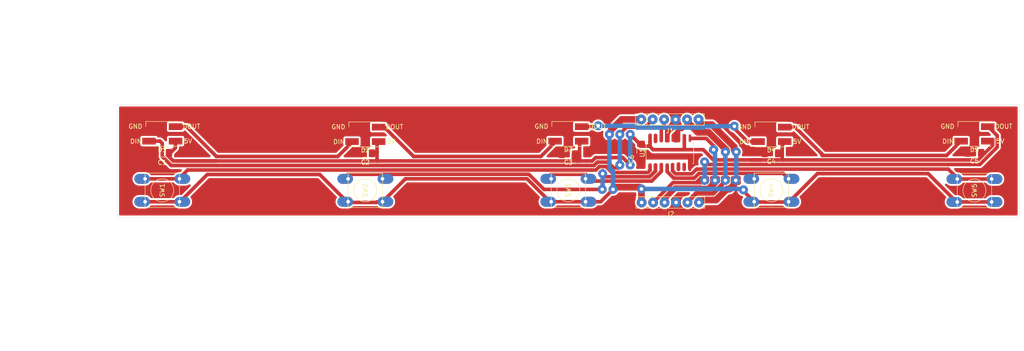
<source format=kicad_pcb>
(kicad_pcb (version 20171130) (host pcbnew "(5.1.6)-1")

  (general
    (thickness 1.6)
    (drawings 48)
    (tracks 373)
    (zones 0)
    (modules 19)
    (nets 21)
  )

  (page A4)
  (layers
    (0 F.Cu signal)
    (31 B.Cu signal)
    (32 B.Adhes user hide)
    (33 F.Adhes user hide)
    (34 B.Paste user hide)
    (35 F.Paste user hide)
    (36 B.SilkS user hide)
    (37 F.SilkS user)
    (38 B.Mask user hide)
    (39 F.Mask user hide)
    (40 Dwgs.User user)
    (41 Cmts.User user hide)
    (42 Eco1.User user hide)
    (43 Eco2.User user hide)
    (44 Edge.Cuts user)
    (45 Margin user hide)
    (46 B.CrtYd user hide)
    (47 F.CrtYd user hide)
    (48 B.Fab user hide)
    (49 F.Fab user hide)
  )

  (setup
    (last_trace_width 0.25)
    (user_trace_width 0.25)
    (user_trace_width 0.4)
    (user_trace_width 0.5)
    (user_trace_width 0.8)
    (user_trace_width 1)
    (user_trace_width 1.5)
    (user_trace_width 2)
    (trace_clearance 0.2)
    (zone_clearance 0.4)
    (zone_45_only no)
    (trace_min 0.2)
    (via_size 0.8)
    (via_drill 0.4)
    (via_min_size 0.4)
    (via_min_drill 0.3)
    (user_via 0.6 0.3)
    (user_via 0.8 0.4)
    (user_via 1 0.5)
    (user_via 2 0.8)
    (uvia_size 0.3)
    (uvia_drill 0.1)
    (uvias_allowed no)
    (uvia_min_size 0.2)
    (uvia_min_drill 0.1)
    (edge_width 0.05)
    (segment_width 0.2)
    (pcb_text_width 0.3)
    (pcb_text_size 1.5 1.5)
    (mod_edge_width 0.12)
    (mod_text_size 1 1)
    (mod_text_width 0.15)
    (pad_size 2.2 3.47)
    (pad_drill 0.8)
    (pad_to_mask_clearance 0.05)
    (aux_axis_origin 50 100)
    (grid_origin 50 100)
    (visible_elements 7FFFFFFF)
    (pcbplotparams
      (layerselection 0x01080_7fffffff)
      (usegerberextensions false)
      (usegerberattributes true)
      (usegerberadvancedattributes true)
      (creategerberjobfile false)
      (excludeedgelayer true)
      (linewidth 0.100000)
      (plotframeref false)
      (viasonmask true)
      (mode 1)
      (useauxorigin true)
      (hpglpennumber 1)
      (hpglpenspeed 20)
      (hpglpendiameter 15.000000)
      (psnegative false)
      (psa4output false)
      (plotreference true)
      (plotvalue true)
      (plotinvisibletext false)
      (padsonsilk false)
      (subtractmaskfromsilk false)
      (outputformat 1)
      (mirror false)
      (drillshape 0)
      (scaleselection 1)
      (outputdirectory "plot/"))
  )

  (net 0 "")
  (net 1 +5V)
  (net 2 GND)
  (net 3 "Net-(D1-Pad2)")
  (net 4 "Net-(D2-Pad2)")
  (net 5 "Net-(D3-Pad2)")
  (net 6 "Net-(D4-Pad2)")
  (net 7 "Net-(SW1-Pad1)")
  (net 8 "Net-(SW2-Pad1)")
  (net 9 "Net-(SW3-Pad1)")
  (net 10 "Net-(SW4-Pad1)")
  (net 11 "Net-(SW5-Pad1)")
  (net 12 "Net-(U1-Pad6)")
  (net 13 "Net-(U1-Pad7)")
  (net 14 "Net-(U1-Pad15)")
  (net 15 LED_DIN)
  (net 16 LED_DOUT)
  (net 17 BTN_DIN)
  (net 18 BTN_CLK)
  (net 19 BTN_SENSE)
  (net 20 BTN_DOUT)

  (net_class Default "This is the default net class."
    (clearance 0.2)
    (trace_width 0.25)
    (via_dia 0.8)
    (via_drill 0.4)
    (uvia_dia 0.3)
    (uvia_drill 0.1)
    (add_net +5V)
    (add_net BTN_CLK)
    (add_net BTN_DIN)
    (add_net BTN_DOUT)
    (add_net BTN_SENSE)
    (add_net GND)
    (add_net LED_DIN)
    (add_net LED_DOUT)
    (add_net "Net-(D1-Pad2)")
    (add_net "Net-(D2-Pad2)")
    (add_net "Net-(D3-Pad2)")
    (add_net "Net-(U1-Pad15)")
    (add_net "Net-(U1-Pad6)")
    (add_net "Net-(U1-Pad7)")
  )

  (net_class small ""
    (clearance 0.15)
    (trace_width 0.4)
    (via_dia 0.6)
    (via_drill 0.3)
    (uvia_dia 0.3)
    (uvia_drill 0.1)
    (add_net "Net-(D4-Pad2)")
    (add_net "Net-(SW1-Pad1)")
    (add_net "Net-(SW2-Pad1)")
    (add_net "Net-(SW3-Pad1)")
    (add_net "Net-(SW4-Pad1)")
    (add_net "Net-(SW5-Pad1)")
  )

  (module Capacitor_SMD:C_1206_3216Metric_Pad1.42x1.75mm_HandSolder (layer F.Cu) (tedit 5B301BBE) (tstamp 660967AD)
    (at 166.1 85.2 270)
    (descr "Capacitor SMD 1206 (3216 Metric), square (rectangular) end terminal, IPC_7351 nominal with elongated pad for handsoldering. (Body size source: http://www.tortai-tech.com/upload/download/2011102023233369053.pdf), generated with kicad-footprint-generator")
    (tags "capacitor handsolder")
    (path /6611B57A)
    (attr smd)
    (fp_text reference C6 (at 1.9125 2.1 90) (layer F.SilkS)
      (effects (font (size 1 1) (thickness 0.15)))
    )
    (fp_text value 10uf (at 0 1.82 90) (layer F.Fab)
      (effects (font (size 1 1) (thickness 0.15)))
    )
    (fp_line (start 2.45 1.12) (end -2.45 1.12) (layer F.CrtYd) (width 0.05))
    (fp_line (start 2.45 -1.12) (end 2.45 1.12) (layer F.CrtYd) (width 0.05))
    (fp_line (start -2.45 -1.12) (end 2.45 -1.12) (layer F.CrtYd) (width 0.05))
    (fp_line (start -2.45 1.12) (end -2.45 -1.12) (layer F.CrtYd) (width 0.05))
    (fp_line (start -0.602064 0.91) (end 0.602064 0.91) (layer F.SilkS) (width 0.12))
    (fp_line (start -0.602064 -0.91) (end 0.602064 -0.91) (layer F.SilkS) (width 0.12))
    (fp_line (start 1.6 0.8) (end -1.6 0.8) (layer F.Fab) (width 0.1))
    (fp_line (start 1.6 -0.8) (end 1.6 0.8) (layer F.Fab) (width 0.1))
    (fp_line (start -1.6 -0.8) (end 1.6 -0.8) (layer F.Fab) (width 0.1))
    (fp_line (start -1.6 0.8) (end -1.6 -0.8) (layer F.Fab) (width 0.1))
    (fp_text user %R (at -0.0875 0 180) (layer F.Fab)
      (effects (font (size 0.8 0.8) (thickness 0.12)))
    )
    (pad 2 smd roundrect (at 1.4875 0 270) (size 1.425 1.75) (layers F.Cu F.Paste F.Mask) (roundrect_rratio 0.175439)
      (net 2 GND))
    (pad 1 smd roundrect (at -1.4875 0 270) (size 1.425 1.75) (layers F.Cu F.Paste F.Mask) (roundrect_rratio 0.175439)
      (net 1 +5V))
    (model ${KISYS3DMOD}/Capacitor_SMD.3dshapes/C_1206_3216Metric.wrl
      (at (xyz 0 0 0))
      (scale (xyz 1 1 1))
      (rotate (xyz 0 0 0))
    )
  )

  (module 0_my_footprints:myWS2812 (layer F.Cu) (tedit 66059AE8) (tstamp 66074C73)
    (at 60 81.5 180)
    (descr https://cdn-shop.adafruit.com/datasheets/WS2812B.pdf)
    (tags "LED RGB NeoPixel")
    (path /66071A8E)
    (attr smd)
    (fp_text reference D1 (at 0 -3.5) (layer F.SilkS)
      (effects (font (size 1 1) (thickness 0.15)))
    )
    (fp_text value WS2812B (at 0 4) (layer F.Fab)
      (effects (font (size 1 1) (thickness 0.15)))
    )
    (fp_circle (center 0 0) (end 0 -2) (layer F.Fab) (width 0.1))
    (fp_line (start 3.65 2.75) (end 3.65 1.6) (layer F.SilkS) (width 0.12))
    (fp_line (start -3.65 2.75) (end 3.65 2.75) (layer F.SilkS) (width 0.12))
    (fp_line (start -3.65 -2.75) (end 3.65 -2.75) (layer F.SilkS) (width 0.12))
    (fp_line (start 2.5 -2.5) (end -2.5 -2.5) (layer F.Fab) (width 0.1))
    (fp_line (start 2.5 2.5) (end 2.5 -2.5) (layer F.Fab) (width 0.1))
    (fp_line (start -2.5 2.5) (end 2.5 2.5) (layer F.Fab) (width 0.1))
    (fp_line (start -2.5 -2.5) (end -2.5 2.5) (layer F.Fab) (width 0.1))
    (fp_line (start 2.5 1.5) (end 1.5 2.5) (layer F.Fab) (width 0.1))
    (fp_line (start -3.45 -2.75) (end -3.45 2.75) (layer F.CrtYd) (width 0.05))
    (fp_line (start -3.45 2.75) (end 3.45 2.75) (layer F.CrtYd) (width 0.05))
    (fp_line (start 3.45 2.75) (end 3.45 -2.75) (layer F.CrtYd) (width 0.05))
    (fp_line (start 3.45 -2.75) (end -3.45 -2.75) (layer F.CrtYd) (width 0.05))
    (fp_text user 5V (at -5.715 -1.6) (layer F.SilkS)
      (effects (font (size 1 1) (thickness 0.15)))
    )
    (fp_text user %R (at 0 0) (layer F.Fab)
      (effects (font (size 0.8 0.8) (thickness 0.15)))
    )
    (fp_text user GND (at 5.969 1.651) (layer F.SilkS)
      (effects (font (size 1 1) (thickness 0.15)))
    )
    (fp_text user DIN (at 5.842 -1.651) (layer F.SilkS)
      (effects (font (size 1 1) (thickness 0.15)))
    )
    (fp_text user DOUT (at -6.477 1.651) (layer F.SilkS)
      (effects (font (size 1 1) (thickness 0.15)))
    )
    (pad 3 smd rect (at 2.95 1.6 180) (size 3 1.5) (layers F.Cu F.Paste F.Mask)
      (net 2 GND))
    (pad 4 smd rect (at 2.95 -1.6 180) (size 3 1.5) (layers F.Cu F.Paste F.Mask)
      (net 15 LED_DIN))
    (pad 2 smd rect (at -2.95 1.6 180) (size 3 1.5) (layers F.Cu F.Paste F.Mask)
      (net 3 "Net-(D1-Pad2)"))
    (pad 1 smd rect (at -2.95 -1.6 180) (size 3 1.5) (layers F.Cu F.Paste F.Mask)
      (net 1 +5V))
    (model ${KISYS3DMOD}/LED_SMD.3dshapes/LED_WS2812B_PLCC4_5.0x5.0mm_P3.2mm.wrl
      (at (xyz 0 0 0))
      (scale (xyz 1 1 1))
      (rotate (xyz 0 0 0))
    )
  )

  (module 0_my_footprints:myWS2812 (layer F.Cu) (tedit 66059AE8) (tstamp 66074C8D)
    (at 105 81.6 180)
    (descr https://cdn-shop.adafruit.com/datasheets/WS2812B.pdf)
    (tags "LED RGB NeoPixel")
    (path /660FBD04)
    (attr smd)
    (fp_text reference D2 (at 0 -3.5) (layer F.SilkS)
      (effects (font (size 1 1) (thickness 0.15)))
    )
    (fp_text value WS2812B (at 0 4) (layer F.Fab)
      (effects (font (size 1 1) (thickness 0.15)))
    )
    (fp_line (start 3.45 -2.75) (end -3.45 -2.75) (layer F.CrtYd) (width 0.05))
    (fp_line (start 3.45 2.75) (end 3.45 -2.75) (layer F.CrtYd) (width 0.05))
    (fp_line (start -3.45 2.75) (end 3.45 2.75) (layer F.CrtYd) (width 0.05))
    (fp_line (start -3.45 -2.75) (end -3.45 2.75) (layer F.CrtYd) (width 0.05))
    (fp_line (start 2.5 1.5) (end 1.5 2.5) (layer F.Fab) (width 0.1))
    (fp_line (start -2.5 -2.5) (end -2.5 2.5) (layer F.Fab) (width 0.1))
    (fp_line (start -2.5 2.5) (end 2.5 2.5) (layer F.Fab) (width 0.1))
    (fp_line (start 2.5 2.5) (end 2.5 -2.5) (layer F.Fab) (width 0.1))
    (fp_line (start 2.5 -2.5) (end -2.5 -2.5) (layer F.Fab) (width 0.1))
    (fp_line (start -3.65 -2.75) (end 3.65 -2.75) (layer F.SilkS) (width 0.12))
    (fp_line (start -3.65 2.75) (end 3.65 2.75) (layer F.SilkS) (width 0.12))
    (fp_line (start 3.65 2.75) (end 3.65 1.6) (layer F.SilkS) (width 0.12))
    (fp_circle (center 0 0) (end 0 -2) (layer F.Fab) (width 0.1))
    (fp_text user DOUT (at -6.477 1.651) (layer F.SilkS)
      (effects (font (size 1 1) (thickness 0.15)))
    )
    (fp_text user DIN (at 5.842 -1.651) (layer F.SilkS)
      (effects (font (size 1 1) (thickness 0.15)))
    )
    (fp_text user GND (at 5.969 1.651) (layer F.SilkS)
      (effects (font (size 1 1) (thickness 0.15)))
    )
    (fp_text user %R (at 0 0) (layer F.Fab)
      (effects (font (size 0.8 0.8) (thickness 0.15)))
    )
    (fp_text user 5V (at -5.715 -1.6) (layer F.SilkS)
      (effects (font (size 1 1) (thickness 0.15)))
    )
    (pad 1 smd rect (at -2.95 -1.6 180) (size 3 1.5) (layers F.Cu F.Paste F.Mask)
      (net 1 +5V))
    (pad 2 smd rect (at -2.95 1.6 180) (size 3 1.5) (layers F.Cu F.Paste F.Mask)
      (net 4 "Net-(D2-Pad2)"))
    (pad 4 smd rect (at 2.95 -1.6 180) (size 3 1.5) (layers F.Cu F.Paste F.Mask)
      (net 3 "Net-(D1-Pad2)"))
    (pad 3 smd rect (at 2.95 1.6 180) (size 3 1.5) (layers F.Cu F.Paste F.Mask)
      (net 2 GND))
    (model ${KISYS3DMOD}/LED_SMD.3dshapes/LED_WS2812B_PLCC4_5.0x5.0mm_P3.2mm.wrl
      (at (xyz 0 0 0))
      (scale (xyz 1 1 1))
      (rotate (xyz 0 0 0))
    )
  )

  (module 0_my_footprints:myWS2812 (layer F.Cu) (tedit 66059AE8) (tstamp 66074CA7)
    (at 150 81.5 180)
    (descr https://cdn-shop.adafruit.com/datasheets/WS2812B.pdf)
    (tags "LED RGB NeoPixel")
    (path /660FDBA6)
    (attr smd)
    (fp_text reference D3 (at 0 -3.5) (layer F.SilkS)
      (effects (font (size 1 1) (thickness 0.15)))
    )
    (fp_text value WS2812B (at 0 4) (layer F.Fab)
      (effects (font (size 1 1) (thickness 0.15)))
    )
    (fp_circle (center 0 0) (end 0 -2) (layer F.Fab) (width 0.1))
    (fp_line (start 3.65 2.75) (end 3.65 1.6) (layer F.SilkS) (width 0.12))
    (fp_line (start -3.65 2.75) (end 3.65 2.75) (layer F.SilkS) (width 0.12))
    (fp_line (start -3.65 -2.75) (end 3.65 -2.75) (layer F.SilkS) (width 0.12))
    (fp_line (start 2.5 -2.5) (end -2.5 -2.5) (layer F.Fab) (width 0.1))
    (fp_line (start 2.5 2.5) (end 2.5 -2.5) (layer F.Fab) (width 0.1))
    (fp_line (start -2.5 2.5) (end 2.5 2.5) (layer F.Fab) (width 0.1))
    (fp_line (start -2.5 -2.5) (end -2.5 2.5) (layer F.Fab) (width 0.1))
    (fp_line (start 2.5 1.5) (end 1.5 2.5) (layer F.Fab) (width 0.1))
    (fp_line (start -3.45 -2.75) (end -3.45 2.75) (layer F.CrtYd) (width 0.05))
    (fp_line (start -3.45 2.75) (end 3.45 2.75) (layer F.CrtYd) (width 0.05))
    (fp_line (start 3.45 2.75) (end 3.45 -2.75) (layer F.CrtYd) (width 0.05))
    (fp_line (start 3.45 -2.75) (end -3.45 -2.75) (layer F.CrtYd) (width 0.05))
    (fp_text user %R (at 0 0) (layer F.Fab)
      (effects (font (size 0.8 0.8) (thickness 0.15)))
    )
    (fp_text user GND (at 5.969 1.651) (layer F.SilkS)
      (effects (font (size 1 1) (thickness 0.15)))
    )
    (fp_text user DIN (at 5.842 -1.651) (layer F.SilkS)
      (effects (font (size 1 1) (thickness 0.15)))
    )
    (fp_text user DOUT (at -6.477 1.651) (layer F.SilkS)
      (effects (font (size 1 1) (thickness 0.15)))
    )
    (pad 3 smd rect (at 2.95 1.6 180) (size 3 1.5) (layers F.Cu F.Paste F.Mask)
      (net 2 GND))
    (pad 4 smd rect (at 2.95 -1.6 180) (size 3 1.5) (layers F.Cu F.Paste F.Mask)
      (net 4 "Net-(D2-Pad2)"))
    (pad 2 smd rect (at -2.95 1.6 180) (size 3 1.5) (layers F.Cu F.Paste F.Mask)
      (net 5 "Net-(D3-Pad2)"))
    (pad 1 smd rect (at -2.95 -1.6 180) (size 3 1.5) (layers F.Cu F.Paste F.Mask)
      (net 1 +5V))
    (model ${KISYS3DMOD}/LED_SMD.3dshapes/LED_WS2812B_PLCC4_5.0x5.0mm_P3.2mm.wrl
      (at (xyz 0 0 0))
      (scale (xyz 1 1 1))
      (rotate (xyz 0 0 0))
    )
  )

  (module 0_my_footprints:myWS2812 (layer F.Cu) (tedit 66059AE8) (tstamp 66074CC1)
    (at 195 81.6 180)
    (descr https://cdn-shop.adafruit.com/datasheets/WS2812B.pdf)
    (tags "LED RGB NeoPixel")
    (path /660FE5F8)
    (attr smd)
    (fp_text reference D4 (at 0 -3.5) (layer F.SilkS)
      (effects (font (size 1 1) (thickness 0.15)))
    )
    (fp_text value WS2812B (at 0 4) (layer F.Fab)
      (effects (font (size 1 1) (thickness 0.15)))
    )
    (fp_line (start 3.45 -2.75) (end -3.45 -2.75) (layer F.CrtYd) (width 0.05))
    (fp_line (start 3.45 2.75) (end 3.45 -2.75) (layer F.CrtYd) (width 0.05))
    (fp_line (start -3.45 2.75) (end 3.45 2.75) (layer F.CrtYd) (width 0.05))
    (fp_line (start -3.45 -2.75) (end -3.45 2.75) (layer F.CrtYd) (width 0.05))
    (fp_line (start 2.5 1.5) (end 1.5 2.5) (layer F.Fab) (width 0.1))
    (fp_line (start -2.5 -2.5) (end -2.5 2.5) (layer F.Fab) (width 0.1))
    (fp_line (start -2.5 2.5) (end 2.5 2.5) (layer F.Fab) (width 0.1))
    (fp_line (start 2.5 2.5) (end 2.5 -2.5) (layer F.Fab) (width 0.1))
    (fp_line (start 2.5 -2.5) (end -2.5 -2.5) (layer F.Fab) (width 0.1))
    (fp_line (start -3.65 -2.75) (end 3.65 -2.75) (layer F.SilkS) (width 0.12))
    (fp_line (start -3.65 2.75) (end 3.65 2.75) (layer F.SilkS) (width 0.12))
    (fp_line (start 3.65 2.75) (end 3.65 1.6) (layer F.SilkS) (width 0.12))
    (fp_circle (center 0 0) (end 0 -2) (layer F.Fab) (width 0.1))
    (fp_text user DOUT (at -6.477 1.651) (layer F.SilkS)
      (effects (font (size 1 1) (thickness 0.15)))
    )
    (fp_text user DIN (at 5.842 -1.651) (layer F.SilkS)
      (effects (font (size 1 1) (thickness 0.15)))
    )
    (fp_text user GND (at 5.969 1.651) (layer F.SilkS)
      (effects (font (size 1 1) (thickness 0.15)))
    )
    (fp_text user %R (at 0 0) (layer F.Fab)
      (effects (font (size 0.8 0.8) (thickness 0.15)))
    )
    (fp_text user 5V (at -5.715 -1.6) (layer F.SilkS)
      (effects (font (size 1 1) (thickness 0.15)))
    )
    (pad 1 smd rect (at -2.95 -1.6 180) (size 3 1.5) (layers F.Cu F.Paste F.Mask)
      (net 1 +5V))
    (pad 2 smd rect (at -2.95 1.6 180) (size 3 1.5) (layers F.Cu F.Paste F.Mask)
      (net 6 "Net-(D4-Pad2)"))
    (pad 4 smd rect (at 2.95 -1.6 180) (size 3 1.5) (layers F.Cu F.Paste F.Mask)
      (net 5 "Net-(D3-Pad2)"))
    (pad 3 smd rect (at 2.95 1.6 180) (size 3 1.5) (layers F.Cu F.Paste F.Mask)
      (net 2 GND))
    (model ${KISYS3DMOD}/LED_SMD.3dshapes/LED_WS2812B_PLCC4_5.0x5.0mm_P3.2mm.wrl
      (at (xyz 0 0 0))
      (scale (xyz 1 1 1))
      (rotate (xyz 0 0 0))
    )
  )

  (module 0_my_footprints:myWS2812 (layer F.Cu) (tedit 66059AE8) (tstamp 66074CDB)
    (at 240 81.5 180)
    (descr https://cdn-shop.adafruit.com/datasheets/WS2812B.pdf)
    (tags "LED RGB NeoPixel")
    (path /660FEFBF)
    (attr smd)
    (fp_text reference D5 (at 0 -3.5) (layer F.SilkS)
      (effects (font (size 1 1) (thickness 0.15)))
    )
    (fp_text value WS2812B (at 0 4) (layer F.Fab)
      (effects (font (size 1 1) (thickness 0.15)))
    )
    (fp_circle (center 0 0) (end 0 -2) (layer F.Fab) (width 0.1))
    (fp_line (start 3.65 2.75) (end 3.65 1.6) (layer F.SilkS) (width 0.12))
    (fp_line (start -3.65 2.75) (end 3.65 2.75) (layer F.SilkS) (width 0.12))
    (fp_line (start -3.65 -2.75) (end 3.65 -2.75) (layer F.SilkS) (width 0.12))
    (fp_line (start 2.5 -2.5) (end -2.5 -2.5) (layer F.Fab) (width 0.1))
    (fp_line (start 2.5 2.5) (end 2.5 -2.5) (layer F.Fab) (width 0.1))
    (fp_line (start -2.5 2.5) (end 2.5 2.5) (layer F.Fab) (width 0.1))
    (fp_line (start -2.5 -2.5) (end -2.5 2.5) (layer F.Fab) (width 0.1))
    (fp_line (start 2.5 1.5) (end 1.5 2.5) (layer F.Fab) (width 0.1))
    (fp_line (start -3.45 -2.75) (end -3.45 2.75) (layer F.CrtYd) (width 0.05))
    (fp_line (start -3.45 2.75) (end 3.45 2.75) (layer F.CrtYd) (width 0.05))
    (fp_line (start 3.45 2.75) (end 3.45 -2.75) (layer F.CrtYd) (width 0.05))
    (fp_line (start 3.45 -2.75) (end -3.45 -2.75) (layer F.CrtYd) (width 0.05))
    (fp_text user 5V (at -5.715 -1.6) (layer F.SilkS)
      (effects (font (size 1 1) (thickness 0.15)))
    )
    (fp_text user %R (at 0 0) (layer F.Fab)
      (effects (font (size 0.8 0.8) (thickness 0.15)))
    )
    (fp_text user GND (at 5.969 1.651) (layer F.SilkS)
      (effects (font (size 1 1) (thickness 0.15)))
    )
    (fp_text user DIN (at 5.842 -1.651) (layer F.SilkS)
      (effects (font (size 1 1) (thickness 0.15)))
    )
    (fp_text user DOUT (at -6.477 1.651) (layer F.SilkS)
      (effects (font (size 1 1) (thickness 0.15)))
    )
    (pad 3 smd rect (at 2.95 1.6 180) (size 3 1.5) (layers F.Cu F.Paste F.Mask)
      (net 2 GND))
    (pad 4 smd rect (at 2.95 -1.6 180) (size 3 1.5) (layers F.Cu F.Paste F.Mask)
      (net 6 "Net-(D4-Pad2)"))
    (pad 2 smd rect (at -2.95 1.6 180) (size 3 1.5) (layers F.Cu F.Paste F.Mask)
      (net 16 LED_DOUT))
    (pad 1 smd rect (at -2.95 -1.6 180) (size 3 1.5) (layers F.Cu F.Paste F.Mask)
      (net 1 +5V))
    (model ${KISYS3DMOD}/LED_SMD.3dshapes/LED_WS2812B_PLCC4_5.0x5.0mm_P3.2mm.wrl
      (at (xyz 0 0 0))
      (scale (xyz 1 1 1))
      (rotate (xyz 0 0 0))
    )
  )

  (module 0_my_footprints:my6Pin-08mm (layer F.Cu) (tedit 66070774) (tstamp 66074CEB)
    (at 172.5 78.3)
    (path /6607CA55)
    (fp_text reference J1 (at 0 2.54) (layer F.SilkS)
      (effects (font (size 1 1) (thickness 0.15)))
    )
    (fp_text value Conn_01x06 (at 0 -2.54) (layer F.Fab)
      (effects (font (size 1 1) (thickness 0.15)))
    )
    (fp_line (start -7.62 -1.27) (end -7.62 1.27) (layer F.SilkS) (width 0.12))
    (fp_line (start -7.62 1.27) (end 7.62 1.27) (layer F.SilkS) (width 0.12))
    (fp_line (start 7.62 1.27) (end 7.62 -1.27) (layer F.SilkS) (width 0.12))
    (fp_line (start 7.62 -1.27) (end -7.62 -1.27) (layer F.SilkS) (width 0.12))
    (fp_line (start -7.62 -1.27) (end -5.08 -1.27) (layer F.SilkS) (width 0.12))
    (fp_line (start -5.08 -1.27) (end -5.08 1.27) (layer F.SilkS) (width 0.12))
    (pad 1 thru_hole circle (at -6.35 0) (size 2.2 2.2) (drill 0.8) (layers *.Cu *.Mask)
      (net 19 BTN_SENSE))
    (pad 2 thru_hole circle (at -3.81 0) (size 2.2 2.2) (drill 0.8) (layers *.Cu *.Mask)
      (net 15 LED_DIN))
    (pad 3 thru_hole circle (at -1.27 0) (size 2.2 2.2) (drill 0.8) (layers *.Cu *.Mask)
      (net 17 BTN_DIN))
    (pad 4 thru_hole circle (at 1.27 0) (size 2.2 2.2) (drill 0.8) (layers *.Cu *.Mask)
      (net 2 GND))
    (pad 5 thru_hole circle (at 3.81 0) (size 2.2 2.2) (drill 0.8) (layers *.Cu *.Mask)
      (net 18 BTN_CLK))
    (pad 6 thru_hole circle (at 6.35 0) (size 2.2 2.2) (drill 0.8) (layers *.Cu *.Mask)
      (net 1 +5V))
  )

  (module 0_my_footprints:my6Pin-08mm (layer F.Cu) (tedit 66070774) (tstamp 66074CFB)
    (at 172.6 96.7)
    (path /6608525E)
    (fp_text reference J2 (at 0 2.54) (layer F.SilkS)
      (effects (font (size 1 1) (thickness 0.15)))
    )
    (fp_text value Conn_01x06 (at 0 -2.54) (layer F.Fab)
      (effects (font (size 1 1) (thickness 0.15)))
    )
    (fp_line (start -5.08 -1.27) (end -5.08 1.27) (layer F.SilkS) (width 0.12))
    (fp_line (start -7.62 -1.27) (end -5.08 -1.27) (layer F.SilkS) (width 0.12))
    (fp_line (start 7.62 -1.27) (end -7.62 -1.27) (layer F.SilkS) (width 0.12))
    (fp_line (start 7.62 1.27) (end 7.62 -1.27) (layer F.SilkS) (width 0.12))
    (fp_line (start -7.62 1.27) (end 7.62 1.27) (layer F.SilkS) (width 0.12))
    (fp_line (start -7.62 -1.27) (end -7.62 1.27) (layer F.SilkS) (width 0.12))
    (pad 6 thru_hole circle (at 6.35 0) (size 2.2 2.2) (drill 0.8) (layers *.Cu *.Mask)
      (net 1 +5V))
    (pad 5 thru_hole circle (at 3.81 0) (size 2.2 2.2) (drill 0.8) (layers *.Cu *.Mask)
      (net 18 BTN_CLK))
    (pad 4 thru_hole circle (at 1.27 0) (size 2.2 2.2) (drill 0.8) (layers *.Cu *.Mask)
      (net 2 GND))
    (pad 3 thru_hole circle (at -1.27 0) (size 2.2 2.2) (drill 0.8) (layers *.Cu *.Mask)
      (net 20 BTN_DOUT))
    (pad 2 thru_hole circle (at -3.81 0) (size 2.2 2.2) (drill 0.8) (layers *.Cu *.Mask)
      (net 16 LED_DOUT))
    (pad 1 thru_hole circle (at -6.35 0) (size 2.2 2.2) (drill 0.8) (layers *.Cu *.Mask)
      (net 19 BTN_SENSE))
  )

  (module Capacitor_SMD:C_1206_3216Metric_Pad1.42x1.75mm_HandSolder (layer F.Cu) (tedit 5B301BBE) (tstamp 66096758)
    (at 60 85.7 180)
    (descr "Capacitor SMD 1206 (3216 Metric), square (rectangular) end terminal, IPC_7351 nominal with elongated pad for handsoldering. (Body size source: http://www.tortai-tech.com/upload/download/2011102023233369053.pdf), generated with kicad-footprint-generator")
    (tags "capacitor handsolder")
    (path /66073412)
    (attr smd)
    (fp_text reference C1 (at 0.024999 -2.145001) (layer F.SilkS)
      (effects (font (size 1 1) (thickness 0.15)))
    )
    (fp_text value 100nf (at 0 1.82) (layer F.Fab)
      (effects (font (size 1 1) (thickness 0.15)))
    )
    (fp_line (start -1.6 0.8) (end -1.6 -0.8) (layer F.Fab) (width 0.1))
    (fp_line (start -1.6 -0.8) (end 1.6 -0.8) (layer F.Fab) (width 0.1))
    (fp_line (start 1.6 -0.8) (end 1.6 0.8) (layer F.Fab) (width 0.1))
    (fp_line (start 1.6 0.8) (end -1.6 0.8) (layer F.Fab) (width 0.1))
    (fp_line (start -0.602064 -0.91) (end 0.602064 -0.91) (layer F.SilkS) (width 0.12))
    (fp_line (start -0.602064 0.91) (end 0.602064 0.91) (layer F.SilkS) (width 0.12))
    (fp_line (start -2.45 1.12) (end -2.45 -1.12) (layer F.CrtYd) (width 0.05))
    (fp_line (start -2.45 -1.12) (end 2.45 -1.12) (layer F.CrtYd) (width 0.05))
    (fp_line (start 2.45 -1.12) (end 2.45 1.12) (layer F.CrtYd) (width 0.05))
    (fp_line (start 2.45 1.12) (end -2.45 1.12) (layer F.CrtYd) (width 0.05))
    (fp_text user %R (at 0 0) (layer F.Fab)
      (effects (font (size 0.8 0.8) (thickness 0.12)))
    )
    (pad 1 smd roundrect (at -1.4875 0 180) (size 1.425 1.75) (layers F.Cu F.Paste F.Mask) (roundrect_rratio 0.175439)
      (net 1 +5V))
    (pad 2 smd roundrect (at 1.4875 0 180) (size 1.425 1.75) (layers F.Cu F.Paste F.Mask) (roundrect_rratio 0.175439)
      (net 2 GND))
    (model ${KISYS3DMOD}/Capacitor_SMD.3dshapes/C_1206_3216Metric.wrl
      (at (xyz 0 0 0))
      (scale (xyz 1 1 1))
      (rotate (xyz 0 0 0))
    )
  )

  (module Capacitor_SMD:C_1206_3216Metric_Pad1.42x1.75mm_HandSolder (layer F.Cu) (tedit 5B301BBE) (tstamp 66096769)
    (at 105 85.8 180)
    (descr "Capacitor SMD 1206 (3216 Metric), square (rectangular) end terminal, IPC_7351 nominal with elongated pad for handsoldering. (Body size source: http://www.tortai-tech.com/upload/download/2011102023233369053.pdf), generated with kicad-footprint-generator")
    (tags "capacitor handsolder")
    (path /661253CC)
    (attr smd)
    (fp_text reference C2 (at 0 -2) (layer F.SilkS)
      (effects (font (size 1 1) (thickness 0.15)))
    )
    (fp_text value 100nf (at 0 1.82) (layer F.Fab)
      (effects (font (size 1 1) (thickness 0.15)))
    )
    (fp_line (start 2.45 1.12) (end -2.45 1.12) (layer F.CrtYd) (width 0.05))
    (fp_line (start 2.45 -1.12) (end 2.45 1.12) (layer F.CrtYd) (width 0.05))
    (fp_line (start -2.45 -1.12) (end 2.45 -1.12) (layer F.CrtYd) (width 0.05))
    (fp_line (start -2.45 1.12) (end -2.45 -1.12) (layer F.CrtYd) (width 0.05))
    (fp_line (start -0.602064 0.91) (end 0.602064 0.91) (layer F.SilkS) (width 0.12))
    (fp_line (start -0.602064 -0.91) (end 0.602064 -0.91) (layer F.SilkS) (width 0.12))
    (fp_line (start 1.6 0.8) (end -1.6 0.8) (layer F.Fab) (width 0.1))
    (fp_line (start 1.6 -0.8) (end 1.6 0.8) (layer F.Fab) (width 0.1))
    (fp_line (start -1.6 -0.8) (end 1.6 -0.8) (layer F.Fab) (width 0.1))
    (fp_line (start -1.6 0.8) (end -1.6 -0.8) (layer F.Fab) (width 0.1))
    (fp_text user %R (at 0 0) (layer F.Fab)
      (effects (font (size 0.8 0.8) (thickness 0.12)))
    )
    (pad 2 smd roundrect (at 1.4875 0 180) (size 1.425 1.75) (layers F.Cu F.Paste F.Mask) (roundrect_rratio 0.175439)
      (net 2 GND))
    (pad 1 smd roundrect (at -1.4875 0 180) (size 1.425 1.75) (layers F.Cu F.Paste F.Mask) (roundrect_rratio 0.175439)
      (net 1 +5V))
    (model ${KISYS3DMOD}/Capacitor_SMD.3dshapes/C_1206_3216Metric.wrl
      (at (xyz 0 0 0))
      (scale (xyz 1 1 1))
      (rotate (xyz 0 0 0))
    )
  )

  (module Capacitor_SMD:C_1206_3216Metric_Pad1.42x1.75mm_HandSolder (layer F.Cu) (tedit 5B301BBE) (tstamp 6609677A)
    (at 150 86 180)
    (descr "Capacitor SMD 1206 (3216 Metric), square (rectangular) end terminal, IPC_7351 nominal with elongated pad for handsoldering. (Body size source: http://www.tortai-tech.com/upload/download/2011102023233369053.pdf), generated with kicad-footprint-generator")
    (tags "capacitor handsolder")
    (path /66125891)
    (attr smd)
    (fp_text reference C3 (at 0 -1.82) (layer F.SilkS)
      (effects (font (size 1 1) (thickness 0.15)))
    )
    (fp_text value 100nf (at 0 1.82) (layer F.Fab)
      (effects (font (size 1 1) (thickness 0.15)))
    )
    (fp_line (start 2.45 1.12) (end -2.45 1.12) (layer F.CrtYd) (width 0.05))
    (fp_line (start 2.45 -1.12) (end 2.45 1.12) (layer F.CrtYd) (width 0.05))
    (fp_line (start -2.45 -1.12) (end 2.45 -1.12) (layer F.CrtYd) (width 0.05))
    (fp_line (start -2.45 1.12) (end -2.45 -1.12) (layer F.CrtYd) (width 0.05))
    (fp_line (start -0.602064 0.91) (end 0.602064 0.91) (layer F.SilkS) (width 0.12))
    (fp_line (start -0.602064 -0.91) (end 0.602064 -0.91) (layer F.SilkS) (width 0.12))
    (fp_line (start 1.6 0.8) (end -1.6 0.8) (layer F.Fab) (width 0.1))
    (fp_line (start 1.6 -0.8) (end 1.6 0.8) (layer F.Fab) (width 0.1))
    (fp_line (start -1.6 -0.8) (end 1.6 -0.8) (layer F.Fab) (width 0.1))
    (fp_line (start -1.6 0.8) (end -1.6 -0.8) (layer F.Fab) (width 0.1))
    (fp_text user %R (at 0 0) (layer F.Fab)
      (effects (font (size 0.8 0.8) (thickness 0.12)))
    )
    (pad 2 smd roundrect (at 1.4875 0 180) (size 1.425 1.75) (layers F.Cu F.Paste F.Mask) (roundrect_rratio 0.175439)
      (net 2 GND))
    (pad 1 smd roundrect (at -1.4875 0 180) (size 1.425 1.75) (layers F.Cu F.Paste F.Mask) (roundrect_rratio 0.175439)
      (net 1 +5V))
    (model ${KISYS3DMOD}/Capacitor_SMD.3dshapes/C_1206_3216Metric.wrl
      (at (xyz 0 0 0))
      (scale (xyz 1 1 1))
      (rotate (xyz 0 0 0))
    )
  )

  (module Capacitor_SMD:C_1206_3216Metric_Pad1.42x1.75mm_HandSolder (layer F.Cu) (tedit 5B301BBE) (tstamp 6609678B)
    (at 195 85.8 180)
    (descr "Capacitor SMD 1206 (3216 Metric), square (rectangular) end terminal, IPC_7351 nominal with elongated pad for handsoldering. (Body size source: http://www.tortai-tech.com/upload/download/2011102023233369053.pdf), generated with kicad-footprint-generator")
    (tags "capacitor handsolder")
    (path /66125E35)
    (attr smd)
    (fp_text reference C4 (at 0 -1.82) (layer F.SilkS)
      (effects (font (size 1 1) (thickness 0.15)))
    )
    (fp_text value 100nf (at 0 1.82) (layer F.Fab)
      (effects (font (size 1 1) (thickness 0.15)))
    )
    (fp_line (start 2.45 1.12) (end -2.45 1.12) (layer F.CrtYd) (width 0.05))
    (fp_line (start 2.45 -1.12) (end 2.45 1.12) (layer F.CrtYd) (width 0.05))
    (fp_line (start -2.45 -1.12) (end 2.45 -1.12) (layer F.CrtYd) (width 0.05))
    (fp_line (start -2.45 1.12) (end -2.45 -1.12) (layer F.CrtYd) (width 0.05))
    (fp_line (start -0.602064 0.91) (end 0.602064 0.91) (layer F.SilkS) (width 0.12))
    (fp_line (start -0.602064 -0.91) (end 0.602064 -0.91) (layer F.SilkS) (width 0.12))
    (fp_line (start 1.6 0.8) (end -1.6 0.8) (layer F.Fab) (width 0.1))
    (fp_line (start 1.6 -0.8) (end 1.6 0.8) (layer F.Fab) (width 0.1))
    (fp_line (start -1.6 -0.8) (end 1.6 -0.8) (layer F.Fab) (width 0.1))
    (fp_line (start -1.6 0.8) (end -1.6 -0.8) (layer F.Fab) (width 0.1))
    (fp_text user %R (at 0 0) (layer F.Fab)
      (effects (font (size 0.8 0.8) (thickness 0.12)))
    )
    (pad 2 smd roundrect (at 1.4875 0 180) (size 1.425 1.75) (layers F.Cu F.Paste F.Mask) (roundrect_rratio 0.175439)
      (net 2 GND))
    (pad 1 smd roundrect (at -1.4875 0 180) (size 1.425 1.75) (layers F.Cu F.Paste F.Mask) (roundrect_rratio 0.175439)
      (net 1 +5V))
    (model ${KISYS3DMOD}/Capacitor_SMD.3dshapes/C_1206_3216Metric.wrl
      (at (xyz 0 0 0))
      (scale (xyz 1 1 1))
      (rotate (xyz 0 0 0))
    )
  )

  (module Capacitor_SMD:C_1206_3216Metric_Pad1.42x1.75mm_HandSolder (layer F.Cu) (tedit 5B301BBE) (tstamp 6609679C)
    (at 240 85.7 180)
    (descr "Capacitor SMD 1206 (3216 Metric), square (rectangular) end terminal, IPC_7351 nominal with elongated pad for handsoldering. (Body size source: http://www.tortai-tech.com/upload/download/2011102023233369053.pdf), generated with kicad-footprint-generator")
    (tags "capacitor handsolder")
    (path /66126E33)
    (attr smd)
    (fp_text reference C5 (at 0 -1.82) (layer F.SilkS)
      (effects (font (size 1 1) (thickness 0.15)))
    )
    (fp_text value 100nf (at 0 1.82) (layer F.Fab)
      (effects (font (size 1 1) (thickness 0.15)))
    )
    (fp_line (start -1.6 0.8) (end -1.6 -0.8) (layer F.Fab) (width 0.1))
    (fp_line (start -1.6 -0.8) (end 1.6 -0.8) (layer F.Fab) (width 0.1))
    (fp_line (start 1.6 -0.8) (end 1.6 0.8) (layer F.Fab) (width 0.1))
    (fp_line (start 1.6 0.8) (end -1.6 0.8) (layer F.Fab) (width 0.1))
    (fp_line (start -0.602064 -0.91) (end 0.602064 -0.91) (layer F.SilkS) (width 0.12))
    (fp_line (start -0.602064 0.91) (end 0.602064 0.91) (layer F.SilkS) (width 0.12))
    (fp_line (start -2.45 1.12) (end -2.45 -1.12) (layer F.CrtYd) (width 0.05))
    (fp_line (start -2.45 -1.12) (end 2.45 -1.12) (layer F.CrtYd) (width 0.05))
    (fp_line (start 2.45 -1.12) (end 2.45 1.12) (layer F.CrtYd) (width 0.05))
    (fp_line (start 2.45 1.12) (end -2.45 1.12) (layer F.CrtYd) (width 0.05))
    (fp_text user %R (at 0 0) (layer F.Fab)
      (effects (font (size 0.8 0.8) (thickness 0.12)))
    )
    (pad 1 smd roundrect (at -1.4875 0 180) (size 1.425 1.75) (layers F.Cu F.Paste F.Mask) (roundrect_rratio 0.175439)
      (net 1 +5V))
    (pad 2 smd roundrect (at 1.4875 0 180) (size 1.425 1.75) (layers F.Cu F.Paste F.Mask) (roundrect_rratio 0.175439)
      (net 2 GND))
    (model ${KISYS3DMOD}/Capacitor_SMD.3dshapes/C_1206_3216Metric.wrl
      (at (xyz 0 0 0))
      (scale (xyz 1 1 1))
      (rotate (xyz 0 0 0))
    )
  )

  (module 0_my_footprints:mySwitchSoft (layer F.Cu) (tedit 679816BA) (tstamp 6797FF2E)
    (at 60 94 270)
    (path /6606F9DD)
    (fp_text reference SW1 (at 0 0 90) (layer F.SilkS)
      (effects (font (size 1 1) (thickness 0.15)))
    )
    (fp_text value SW1 (at 0 -6.35 90) (layer F.Fab)
      (effects (font (size 1 1) (thickness 0.15)))
    )
    (fp_circle (center 0 0) (end 0 -2.54) (layer F.SilkS) (width 0.12))
    (fp_line (start 3.81 -3.81) (end -3.81 -3.81) (layer F.SilkS) (width 0.12))
    (fp_line (start 3.81 3.81) (end 3.81 -3.81) (layer F.SilkS) (width 0.12))
    (fp_line (start -3.81 3.81) (end 3.81 3.81) (layer F.SilkS) (width 0.12))
    (fp_line (start -3.81 -3.81) (end -3.81 3.81) (layer F.SilkS) (width 0.12))
    (pad 2 thru_hole oval (at 2.54 -3.81 270) (size 2.2 3.47) (drill 0.8 (offset 0 -0.65)) (layers *.Cu *.Mask)
      (net 19 BTN_SENSE))
    (pad 1 thru_hole oval (at -2.54 -3.81 270) (size 2.2 3.47) (drill 0.8 (offset 0 -0.65)) (layers *.Cu *.Mask)
      (net 7 "Net-(SW1-Pad1)"))
    (pad 2 thru_hole oval (at 2.54 3.81 270) (size 2.2 3.47) (drill 0.8 (offset 0 0.65)) (layers *.Cu *.Mask)
      (net 19 BTN_SENSE))
    (pad 1 thru_hole oval (at -2.54 3.81 270) (size 2.2 3.47) (drill 0.8 (offset 0 0.65)) (layers *.Cu *.Mask)
      (net 7 "Net-(SW1-Pad1)"))
    (model C:/src/kiCad/libraries/my_3d_files/switch_soft.step
      (at (xyz 0 0 0))
      (scale (xyz 1 1 1))
      (rotate (xyz 0 0 0))
    )
  )

  (module 0_my_footprints:mySwitchSoft (layer F.Cu) (tedit 6606E9DA) (tstamp 6797FF3A)
    (at 105 94 270)
    (path /660928C5)
    (fp_text reference SW2 (at 0 0 90) (layer F.SilkS)
      (effects (font (size 1 1) (thickness 0.15)))
    )
    (fp_text value SW1 (at 0 -6.35 90) (layer F.Fab)
      (effects (font (size 1 1) (thickness 0.15)))
    )
    (fp_line (start -3.81 -3.81) (end -3.81 3.81) (layer F.SilkS) (width 0.12))
    (fp_line (start -3.81 3.81) (end 3.81 3.81) (layer F.SilkS) (width 0.12))
    (fp_line (start 3.81 3.81) (end 3.81 -3.81) (layer F.SilkS) (width 0.12))
    (fp_line (start 3.81 -3.81) (end -3.81 -3.81) (layer F.SilkS) (width 0.12))
    (fp_circle (center 0 0) (end 0 -2.54) (layer F.SilkS) (width 0.12))
    (pad 1 thru_hole oval (at -2.54 3.81 270) (size 2.2 3.47) (drill 0.8 (offset 0 0.65)) (layers *.Cu *.Mask)
      (net 8 "Net-(SW2-Pad1)"))
    (pad 2 thru_hole oval (at 2.54 3.81 270) (size 2.2 3.47) (drill 0.8 (offset 0 0.65)) (layers *.Cu *.Mask)
      (net 19 BTN_SENSE))
    (pad 1 thru_hole oval (at -2.54 -3.81 270) (size 2.2 3.47) (drill 0.8 (offset 0 -0.65)) (layers *.Cu *.Mask)
      (net 8 "Net-(SW2-Pad1)"))
    (pad 2 thru_hole oval (at 2.54 -3.81 270) (size 2.2 3.47) (drill 0.8 (offset 0 -0.65)) (layers *.Cu *.Mask)
      (net 19 BTN_SENSE))
    (model C:/src/kiCad/libraries/my_3d_files/switch_soft.step
      (at (xyz 0 0 0))
      (scale (xyz 1 1 1))
      (rotate (xyz 0 0 0))
    )
  )

  (module 0_my_footprints:mySwitchSoft (layer F.Cu) (tedit 6606E9DA) (tstamp 6797FF46)
    (at 150 94 270)
    (path /66092C2E)
    (fp_text reference SW3 (at 0 0 90) (layer F.SilkS)
      (effects (font (size 1 1) (thickness 0.15)))
    )
    (fp_text value SW1 (at 0 -6.35 90) (layer F.Fab)
      (effects (font (size 1 1) (thickness 0.15)))
    )
    (fp_circle (center 0 0) (end 0 -2.54) (layer F.SilkS) (width 0.12))
    (fp_line (start 3.81 -3.81) (end -3.81 -3.81) (layer F.SilkS) (width 0.12))
    (fp_line (start 3.81 3.81) (end 3.81 -3.81) (layer F.SilkS) (width 0.12))
    (fp_line (start -3.81 3.81) (end 3.81 3.81) (layer F.SilkS) (width 0.12))
    (fp_line (start -3.81 -3.81) (end -3.81 3.81) (layer F.SilkS) (width 0.12))
    (pad 2 thru_hole oval (at 2.54 -3.81 270) (size 2.2 3.47) (drill 0.8 (offset 0 -0.65)) (layers *.Cu *.Mask)
      (net 19 BTN_SENSE))
    (pad 1 thru_hole oval (at -2.54 -3.81 270) (size 2.2 3.47) (drill 0.8 (offset 0 -0.65)) (layers *.Cu *.Mask)
      (net 9 "Net-(SW3-Pad1)"))
    (pad 2 thru_hole oval (at 2.54 3.81 270) (size 2.2 3.47) (drill 0.8 (offset 0 0.65)) (layers *.Cu *.Mask)
      (net 19 BTN_SENSE))
    (pad 1 thru_hole oval (at -2.54 3.81 270) (size 2.2 3.47) (drill 0.8 (offset 0 0.65)) (layers *.Cu *.Mask)
      (net 9 "Net-(SW3-Pad1)"))
    (model C:/src/kiCad/libraries/my_3d_files/switch_soft.step
      (at (xyz 0 0 0))
      (scale (xyz 1 1 1))
      (rotate (xyz 0 0 0))
    )
  )

  (module 0_my_footprints:mySwitchSoft (layer F.Cu) (tedit 6606E9DA) (tstamp 6797FF52)
    (at 195 94 270)
    (path /66092F3E)
    (fp_text reference SW4 (at 0 0 90) (layer F.SilkS)
      (effects (font (size 1 1) (thickness 0.15)))
    )
    (fp_text value SW1 (at 0 -6.35 90) (layer F.Fab)
      (effects (font (size 1 1) (thickness 0.15)))
    )
    (fp_line (start -3.81 -3.81) (end -3.81 3.81) (layer F.SilkS) (width 0.12))
    (fp_line (start -3.81 3.81) (end 3.81 3.81) (layer F.SilkS) (width 0.12))
    (fp_line (start 3.81 3.81) (end 3.81 -3.81) (layer F.SilkS) (width 0.12))
    (fp_line (start 3.81 -3.81) (end -3.81 -3.81) (layer F.SilkS) (width 0.12))
    (fp_circle (center 0 0) (end 0 -2.54) (layer F.SilkS) (width 0.12))
    (pad 1 thru_hole oval (at -2.54 3.81 270) (size 2.2 3.47) (drill 0.8 (offset 0 0.65)) (layers *.Cu *.Mask)
      (net 10 "Net-(SW4-Pad1)"))
    (pad 2 thru_hole oval (at 2.54 3.81 270) (size 2.2 3.47) (drill 0.8 (offset 0 0.65)) (layers *.Cu *.Mask)
      (net 19 BTN_SENSE))
    (pad 1 thru_hole oval (at -2.54 -3.81 270) (size 2.2 3.47) (drill 0.8 (offset 0 -0.65)) (layers *.Cu *.Mask)
      (net 10 "Net-(SW4-Pad1)"))
    (pad 2 thru_hole oval (at 2.54 -3.81 270) (size 2.2 3.47) (drill 0.8 (offset 0 -0.65)) (layers *.Cu *.Mask)
      (net 19 BTN_SENSE))
    (model C:/src/kiCad/libraries/my_3d_files/switch_soft.step
      (at (xyz 0 0 0))
      (scale (xyz 1 1 1))
      (rotate (xyz 0 0 0))
    )
  )

  (module Package_SO:SOIC-16_4.55x10.3mm_P1.27mm (layer F.Cu) (tedit 5D9F72B1) (tstamp 6797FF5E)
    (at 172.5 85.7 90)
    (descr "SOIC, 16 Pin (https://toshiba.semicon-storage.com/info/docget.jsp?did=12858&prodName=TLP291-4), generated with kicad-footprint-generator ipc_gullwing_generator.py")
    (tags "SOIC SO")
    (path /6606EAF8)
    (attr smd)
    (fp_text reference U1 (at 0 -6.1 90) (layer F.SilkS)
      (effects (font (size 1 1) (thickness 0.15)))
    )
    (fp_text value 74HC595 (at 0 6.1 90) (layer F.Fab)
      (effects (font (size 1 1) (thickness 0.15)))
    )
    (fp_line (start 0 5.26) (end 2.385 5.26) (layer F.SilkS) (width 0.12))
    (fp_line (start 2.385 5.26) (end 2.385 4.98) (layer F.SilkS) (width 0.12))
    (fp_line (start 0 5.26) (end -2.385 5.26) (layer F.SilkS) (width 0.12))
    (fp_line (start -2.385 5.26) (end -2.385 4.98) (layer F.SilkS) (width 0.12))
    (fp_line (start 0 -5.26) (end 2.385 -5.26) (layer F.SilkS) (width 0.12))
    (fp_line (start 2.385 -5.26) (end 2.385 -4.98) (layer F.SilkS) (width 0.12))
    (fp_line (start 0 -5.26) (end -2.385 -5.26) (layer F.SilkS) (width 0.12))
    (fp_line (start -2.385 -5.26) (end -2.385 -4.98) (layer F.SilkS) (width 0.12))
    (fp_line (start -2.385 -4.98) (end -4.05 -4.98) (layer F.SilkS) (width 0.12))
    (fp_line (start -1.275 -5.15) (end 2.275 -5.15) (layer F.Fab) (width 0.1))
    (fp_line (start 2.275 -5.15) (end 2.275 5.15) (layer F.Fab) (width 0.1))
    (fp_line (start 2.275 5.15) (end -2.275 5.15) (layer F.Fab) (width 0.1))
    (fp_line (start -2.275 5.15) (end -2.275 -4.15) (layer F.Fab) (width 0.1))
    (fp_line (start -2.275 -4.15) (end -1.275 -5.15) (layer F.Fab) (width 0.1))
    (fp_line (start -4.3 -5.4) (end -4.3 5.4) (layer F.CrtYd) (width 0.05))
    (fp_line (start -4.3 5.4) (end 4.3 5.4) (layer F.CrtYd) (width 0.05))
    (fp_line (start 4.3 5.4) (end 4.3 -5.4) (layer F.CrtYd) (width 0.05))
    (fp_line (start 4.3 -5.4) (end -4.3 -5.4) (layer F.CrtYd) (width 0.05))
    (fp_text user %R (at 0 0 90) (layer F.Fab)
      (effects (font (size 1 1) (thickness 0.15)))
    )
    (pad 1 smd roundrect (at -3.25 -4.445 90) (size 1.6 0.55) (layers F.Cu F.Paste F.Mask) (roundrect_rratio 0.25)
      (net 7 "Net-(SW1-Pad1)"))
    (pad 2 smd roundrect (at -3.25 -3.175 90) (size 1.6 0.55) (layers F.Cu F.Paste F.Mask) (roundrect_rratio 0.25)
      (net 8 "Net-(SW2-Pad1)"))
    (pad 3 smd roundrect (at -3.25 -1.905 90) (size 1.6 0.55) (layers F.Cu F.Paste F.Mask) (roundrect_rratio 0.25)
      (net 9 "Net-(SW3-Pad1)"))
    (pad 4 smd roundrect (at -3.25 -0.635 90) (size 1.6 0.55) (layers F.Cu F.Paste F.Mask) (roundrect_rratio 0.25)
      (net 10 "Net-(SW4-Pad1)"))
    (pad 5 smd roundrect (at -3.25 0.635 90) (size 1.6 0.55) (layers F.Cu F.Paste F.Mask) (roundrect_rratio 0.25)
      (net 11 "Net-(SW5-Pad1)"))
    (pad 6 smd roundrect (at -3.25 1.905 90) (size 1.6 0.55) (layers F.Cu F.Paste F.Mask) (roundrect_rratio 0.25)
      (net 12 "Net-(U1-Pad6)"))
    (pad 7 smd roundrect (at -3.25 3.175 90) (size 1.6 0.55) (layers F.Cu F.Paste F.Mask) (roundrect_rratio 0.25)
      (net 13 "Net-(U1-Pad7)"))
    (pad 8 smd roundrect (at -3.25 4.445 90) (size 1.6 0.55) (layers F.Cu F.Paste F.Mask) (roundrect_rratio 0.25)
      (net 2 GND))
    (pad 9 smd roundrect (at 3.25 4.445 90) (size 1.6 0.55) (layers F.Cu F.Paste F.Mask) (roundrect_rratio 0.25)
      (net 20 BTN_DOUT))
    (pad 10 smd roundrect (at 3.25 3.175 90) (size 1.6 0.55) (layers F.Cu F.Paste F.Mask) (roundrect_rratio 0.25)
      (net 1 +5V))
    (pad 11 smd roundrect (at 3.25 1.905 90) (size 1.6 0.55) (layers F.Cu F.Paste F.Mask) (roundrect_rratio 0.25)
      (net 18 BTN_CLK))
    (pad 12 smd roundrect (at 3.25 0.635 90) (size 1.6 0.55) (layers F.Cu F.Paste F.Mask) (roundrect_rratio 0.25)
      (net 18 BTN_CLK))
    (pad 13 smd roundrect (at 3.25 -0.635 90) (size 1.6 0.55) (layers F.Cu F.Paste F.Mask) (roundrect_rratio 0.25)
      (net 2 GND))
    (pad 14 smd roundrect (at 3.25 -1.905 90) (size 1.6 0.55) (layers F.Cu F.Paste F.Mask) (roundrect_rratio 0.25)
      (net 17 BTN_DIN))
    (pad 15 smd roundrect (at 3.25 -3.175 90) (size 1.6 0.55) (layers F.Cu F.Paste F.Mask) (roundrect_rratio 0.25)
      (net 14 "Net-(U1-Pad15)"))
    (pad 16 smd roundrect (at 3.25 -4.445 90) (size 1.6 0.55) (layers F.Cu F.Paste F.Mask) (roundrect_rratio 0.25)
      (net 1 +5V))
    (model ${KISYS3DMOD}/Package_SO.3dshapes/SOIC-16_4.55x10.3mm_P1.27mm.wrl
      (at (xyz 0 0 0))
      (scale (xyz 1 1 1))
      (rotate (xyz 0 0 0))
    )
  )

  (module 0_my_footprints:mySwitchSoft (layer F.Cu) (tedit 67981745) (tstamp 67980606)
    (at 240 94.04 270)
    (path /660945C8)
    (fp_text reference SW5 (at 0 0 90) (layer F.SilkS)
      (effects (font (size 1 1) (thickness 0.15)))
    )
    (fp_text value SW1 (at 0 -6.35 90) (layer F.Fab)
      (effects (font (size 1 1) (thickness 0.15)))
    )
    (fp_line (start -3.81 -3.81) (end -3.81 3.81) (layer F.SilkS) (width 0.12))
    (fp_line (start -3.81 3.81) (end 3.81 3.81) (layer F.SilkS) (width 0.12))
    (fp_line (start 3.81 3.81) (end 3.81 -3.81) (layer F.SilkS) (width 0.12))
    (fp_line (start 3.81 -3.81) (end -3.81 -3.81) (layer F.SilkS) (width 0.12))
    (fp_circle (center 0 0) (end 0 -2.54) (layer F.SilkS) (width 0.12))
    (pad 1 thru_hole oval (at -2.54 3.81 270) (size 2.2 3.47) (drill 0.8 (offset 0 0.65)) (layers *.Cu *.Mask)
      (net 11 "Net-(SW5-Pad1)"))
    (pad 2 thru_hole oval (at 2.54 3.81 270) (size 2.2 3.47) (drill 0.8 (offset 0 0.65)) (layers *.Cu *.Mask)
      (net 19 BTN_SENSE))
    (pad 1 thru_hole oval (at -2.54 -3.81 270) (size 2.2 3.47) (drill 0.8 (offset 0 -0.65)) (layers *.Cu *.Mask)
      (net 11 "Net-(SW5-Pad1)"))
    (pad 2 thru_hole oval (at 2.54 -3.81 270) (size 2.2 3.47) (drill 0.8 (offset 0 -0.65)) (layers *.Cu *.Mask)
      (net 19 BTN_SENSE))
    (model C:/src/kiCad/libraries/my_3d_files/switch_soft.step
      (at (xyz 0 0 0))
      (scale (xyz 1 1 1))
      (rotate (xyz 0 0 0))
    )
  )

  (gr_text "NEEDS:\n    Mounting Holes\n    Ground Crossings\n   -1 mm in height/width" (at 68 56.5) (layer Dwgs.User)
    (effects (font (size 1.5 1.5) (thickness 0.1)) (justify left))
  )
  (gr_line (start 127.5 75) (end 127.5 100.5) (layer Dwgs.User) (width 0.15))
  (dimension 122.5 (width 0.15) (layer Dwgs.User)
    (gr_text "122.500 mm" (at 188.75 113.8) (layer Dwgs.User)
      (effects (font (size 1 1) (thickness 0.15)))
    )
    (feature1 (pts (xy 127.5 100) (xy 127.5 113.086421)))
    (feature2 (pts (xy 250 100) (xy 250 113.086421)))
    (crossbar (pts (xy 250 112.5) (xy 127.5 112.5)))
    (arrow1a (pts (xy 127.5 112.5) (xy 128.626504 111.913579)))
    (arrow1b (pts (xy 127.5 112.5) (xy 128.626504 113.086421)))
    (arrow2a (pts (xy 250 112.5) (xy 248.873496 111.913579)))
    (arrow2b (pts (xy 250 112.5) (xy 248.873496 113.086421)))
  )
  (dimension 150 (width 0.15) (layer Dwgs.User)
    (gr_text "150.000 mm" (at 127.5 124.8) (layer Dwgs.User)
      (effects (font (size 1 1) (thickness 0.15)))
    )
    (feature1 (pts (xy 202.5 100) (xy 202.5 124.086421)))
    (feature2 (pts (xy 52.5 100) (xy 52.5 124.086421)))
    (crossbar (pts (xy 52.5 123.5) (xy 202.5 123.5)))
    (arrow1a (pts (xy 202.5 123.5) (xy 201.373496 124.086421)))
    (arrow1b (pts (xy 202.5 123.5) (xy 201.373496 122.913579)))
    (arrow2a (pts (xy 52.5 123.5) (xy 53.626504 124.086421)))
    (arrow2b (pts (xy 52.5 123.5) (xy 53.626504 122.913579)))
  )
  (dimension 200 (width 0.15) (layer Dwgs.User)
    (gr_text "200.000 mm" (at 150 130.3) (layer Dwgs.User)
      (effects (font (size 1 1) (thickness 0.15)))
    )
    (feature1 (pts (xy 50 100) (xy 50 129.586421)))
    (feature2 (pts (xy 250 100) (xy 250 129.586421)))
    (crossbar (pts (xy 250 129) (xy 50 129)))
    (arrow1a (pts (xy 50 129) (xy 51.126504 128.413579)))
    (arrow1b (pts (xy 50 129) (xy 51.126504 129.586421)))
    (arrow2a (pts (xy 250 129) (xy 248.873496 128.413579)))
    (arrow2b (pts (xy 250 129) (xy 248.873496 129.586421)))
  )
  (gr_line (start 172.5 74.8) (end 172.5 99.8) (layer Dwgs.User) (width 0.15))
  (dimension 22.5 (width 0.15) (layer Dwgs.User)
    (gr_text "22.500 mm" (at 161.25 54.7) (layer Dwgs.User)
      (effects (font (size 1 1) (thickness 0.15)))
    )
    (feature1 (pts (xy 172.5 75) (xy 172.5 55.413579)))
    (feature2 (pts (xy 150 75) (xy 150 55.413579)))
    (crossbar (pts (xy 150 56) (xy 172.5 56)))
    (arrow1a (pts (xy 172.5 56) (xy 171.373496 56.586421)))
    (arrow1b (pts (xy 172.5 56) (xy 171.373496 55.413579)))
    (arrow2a (pts (xy 150 56) (xy 151.126504 56.586421)))
    (arrow2b (pts (xy 150 56) (xy 151.126504 55.413579)))
  )
  (dimension 22.5 (width 0.15) (layer Dwgs.User)
    (gr_text "22.500 mm" (at 138.75 67.2) (layer Dwgs.User)
      (effects (font (size 1 1) (thickness 0.15)))
    )
    (feature1 (pts (xy 150 75) (xy 150 67.913579)))
    (feature2 (pts (xy 127.5 75) (xy 127.5 67.913579)))
    (crossbar (pts (xy 127.5 68.5) (xy 150 68.5)))
    (arrow1a (pts (xy 150 68.5) (xy 148.873496 69.086421)))
    (arrow1b (pts (xy 150 68.5) (xy 148.873496 67.913579)))
    (arrow2a (pts (xy 127.5 68.5) (xy 128.626504 69.086421)))
    (arrow2b (pts (xy 127.5 68.5) (xy 128.626504 67.913579)))
  )
  (gr_line (start 155 0) (end 155 -25) (layer Eco2.User) (width 0.15) (tstamp 677CDA63))
  (dimension 20 (width 0.15) (layer Eco2.User)
    (gr_text "20.000 mm" (at 100 6.8) (layer Eco2.User)
      (effects (font (size 1 1) (thickness 0.15)))
    )
    (feature1 (pts (xy 110 0) (xy 110 6.086421)))
    (feature2 (pts (xy 90 0) (xy 90 6.086421)))
    (crossbar (pts (xy 90 5.5) (xy 110 5.5)))
    (arrow1a (pts (xy 110 5.5) (xy 108.873496 6.086421)))
    (arrow1b (pts (xy 110 5.5) (xy 108.873496 4.913579)))
    (arrow2a (pts (xy 90 5.5) (xy 91.126504 6.086421)))
    (arrow2b (pts (xy 90 5.5) (xy 91.126504 4.913579)))
  )
  (dimension 12.5 (width 0.15) (layer Eco2.User)
    (gr_text "12.500 mm" (at 38.75 6.8) (layer Eco2.User)
      (effects (font (size 1 1) (thickness 0.15)))
    )
    (feature1 (pts (xy 45 0) (xy 45 6.086421)))
    (feature2 (pts (xy 32.5 0) (xy 32.5 6.086421)))
    (crossbar (pts (xy 32.5 5.5) (xy 45 5.5)))
    (arrow1a (pts (xy 45 5.5) (xy 43.873496 6.086421)))
    (arrow1b (pts (xy 45 5.5) (xy 43.873496 4.913579)))
    (arrow2a (pts (xy 32.5 5.5) (xy 33.626504 6.086421)))
    (arrow2b (pts (xy 32.5 5.5) (xy 33.626504 4.913579)))
  )
  (dimension 45 (width 0.15) (layer Eco2.User)
    (gr_text "45.000 mm" (at 67.5 6.8) (layer Eco2.User)
      (effects (font (size 1 1) (thickness 0.15)))
    )
    (feature1 (pts (xy 90 0) (xy 90 6.086421)))
    (feature2 (pts (xy 45 0) (xy 45 6.086421)))
    (crossbar (pts (xy 45 5.5) (xy 90 5.5)))
    (arrow1a (pts (xy 90 5.5) (xy 88.873496 6.086421)))
    (arrow1b (pts (xy 90 5.5) (xy 88.873496 4.913579)))
    (arrow2a (pts (xy 45 5.5) (xy 46.126504 6.086421)))
    (arrow2b (pts (xy 45 5.5) (xy 46.126504 4.913579)))
  )
  (gr_line (start 250 75) (end 50 75) (layer Edge.Cuts) (width 0.05) (tstamp 66081E58))
  (gr_line (start 250 100) (end 250 75) (layer Edge.Cuts) (width 0.05))
  (gr_line (start 50 100) (end 250 100) (layer Edge.Cuts) (width 0.05))
  (gr_line (start 50 75) (end 50 100) (layer Edge.Cuts) (width 0.05))
  (dimension 25 (width 0.15) (layer Dwgs.User)
    (gr_text "25.000 mm" (at 27.7 87.5 270) (layer Dwgs.User)
      (effects (font (size 1 1) (thickness 0.15)))
    )
    (feature1 (pts (xy 50 100) (xy 28.413579 100)))
    (feature2 (pts (xy 50 75) (xy 28.413579 75)))
    (crossbar (pts (xy 29 75) (xy 29 100)))
    (arrow1a (pts (xy 29 100) (xy 28.413579 98.873496)))
    (arrow1b (pts (xy 29 100) (xy 29.586421 98.873496)))
    (arrow2a (pts (xy 29 75) (xy 28.413579 76.126504)))
    (arrow2b (pts (xy 29 75) (xy 29.586421 76.126504)))
  )
  (dimension 32.5 (width 0.15) (layer Eco2.User)
    (gr_text "32.500 mm" (at 16.25 6.8) (layer Eco2.User)
      (effects (font (size 1 1) (thickness 0.15)))
    )
    (feature1 (pts (xy 32.5 0) (xy 32.5 6.086421)))
    (feature2 (pts (xy 0 0) (xy 0 6.086421)))
    (crossbar (pts (xy 0 5.5) (xy 32.5 5.5)))
    (arrow1a (pts (xy 32.5 5.5) (xy 31.373496 6.086421)))
    (arrow1b (pts (xy 32.5 5.5) (xy 31.373496 4.913579)))
    (arrow2a (pts (xy 0 5.5) (xy 1.126504 6.086421)))
    (arrow2b (pts (xy 0 5.5) (xy 1.126504 4.913579)))
  )
  (dimension 20 (width 0.15) (layer Eco2.User)
    (gr_text "20.000 mm" (at 10 -36.3) (layer Eco2.User)
      (effects (font (size 1 1) (thickness 0.15)))
    )
    (feature1 (pts (xy 20 -25) (xy 20 -35.586421)))
    (feature2 (pts (xy 0 -25) (xy 0 -35.586421)))
    (crossbar (pts (xy 0 -35) (xy 20 -35)))
    (arrow1a (pts (xy 20 -35) (xy 18.873496 -34.413579)))
    (arrow1b (pts (xy 20 -35) (xy 18.873496 -35.586421)))
    (arrow2a (pts (xy 0 -35) (xy 1.126504 -34.413579)))
    (arrow2b (pts (xy 0 -35) (xy 1.126504 -35.586421)))
  )
  (dimension 8.5 (width 0.15) (layer Eco2.User)
    (gr_text "8.500 mm" (at -15.3 -20.75 270) (layer Eco2.User)
      (effects (font (size 1 1) (thickness 0.15)))
    )
    (feature1 (pts (xy 0 -16.5) (xy -14.586421 -16.5)))
    (feature2 (pts (xy 0 -25) (xy -14.586421 -25)))
    (crossbar (pts (xy -14 -25) (xy -14 -16.5)))
    (arrow1a (pts (xy -14 -16.5) (xy -14.586421 -17.626504)))
    (arrow1b (pts (xy -14 -16.5) (xy -13.413579 -17.626504)))
    (arrow2a (pts (xy -14 -25) (xy -14.586421 -23.873496)))
    (arrow2b (pts (xy -14 -25) (xy -13.413579 -23.873496)))
  )
  (dimension 6 (width 0.15) (layer Eco2.User)
    (gr_text "6.000 mm" (at -15.3 -3 90) (layer Eco2.User)
      (effects (font (size 1 1) (thickness 0.15)))
    )
    (feature1 (pts (xy 0.003289 -6) (xy -14.586421 -6)))
    (feature2 (pts (xy 0.003289 0) (xy -14.586421 0)))
    (crossbar (pts (xy -14 0) (xy -14 -6)))
    (arrow1a (pts (xy -14 -6) (xy -13.413579 -4.873496)))
    (arrow1b (pts (xy -14 -6) (xy -14.586421 -4.873496)))
    (arrow2a (pts (xy -14 0) (xy -13.413579 -1.126504)))
    (arrow2b (pts (xy -14 0) (xy -14.586421 -1.126504)))
  )
  (gr_line (start 200 0) (end 180 0) (layer Eco2.User) (width 0.15) (tstamp 66076F89))
  (gr_line (start 200 -25) (end 200 0) (layer Eco2.User) (width 0.15))
  (gr_line (start 180 -25) (end 200 -25) (layer Eco2.User) (width 0.15))
  (gr_line (start 180 0) (end 180 -25) (layer Eco2.User) (width 0.15))
  (gr_line (start 155 -25) (end 135 -25) (layer Eco2.User) (width 0.15) (tstamp 66076F88))
  (gr_line (start 135 0) (end 155 0) (layer Eco2.User) (width 0.15))
  (gr_line (start 135 -25) (end 135 0) (layer Eco2.User) (width 0.15))
  (gr_line (start 110 0) (end 90 0) (layer Eco2.User) (width 0.15) (tstamp 66076F85))
  (gr_line (start 110 -25) (end 110 0) (layer Eco2.User) (width 0.15))
  (gr_line (start 90 -25) (end 110 -25) (layer Eco2.User) (width 0.15))
  (gr_line (start 90 0) (end 90 -25) (layer Eco2.User) (width 0.15))
  (gr_line (start 65 -25) (end 45 -25) (layer Eco2.User) (width 0.15) (tstamp 66076F84))
  (gr_line (start 65 0) (end 65 -25) (layer Eco2.User) (width 0.15))
  (gr_line (start 45 0) (end 65 0) (layer Eco2.User) (width 0.15))
  (gr_line (start 45 -25) (end 45 0) (layer Eco2.User) (width 0.15))
  (gr_line (start 20 -25) (end 0 -25) (layer Eco2.User) (width 0.15) (tstamp 66076F83))
  (gr_line (start 20 0) (end 20 -25) (layer Eco2.User) (width 0.15))
  (gr_line (start 0 0) (end 20 0) (layer Eco2.User) (width 0.15))
  (gr_line (start 0 -25) (end 0 0) (layer Eco2.User) (width 0.15))
  (gr_line (start 200 -12.5) (end 0 -12.5) (layer Eco1.User) (width 0.15))
  (gr_line (start 190 -25) (end 190 0) (layer Eco1.User) (width 0.15))
  (gr_line (start 145 -25) (end 145 0) (layer Eco1.User) (width 0.15))
  (gr_line (start 100 -25) (end 100 0) (layer Eco1.User) (width 0.15))
  (gr_line (start 55 -25) (end 55 0) (layer Eco1.User) (width 0.15))
  (gr_line (start 10 -25) (end 10 0) (layer Eco1.User) (width 0.15))
  (gr_line (start 217.5 75) (end 217.5 100) (layer Dwgs.User) (width 0.15))
  (gr_line (start 82.5 75) (end 82.5 100) (layer Dwgs.User) (width 0.15))

  (segment (start 61.4875 86) (end 61.5 86) (width 0.8) (layer F.Cu) (net 1))
  (segment (start 61.4875 85.7) (end 61.8 85.7) (width 0.8) (layer F.Cu) (net 1))
  (segment (start 61.8 85.7) (end 62.9 84.6) (width 0.8) (layer F.Cu) (net 1))
  (segment (start 62.9 84.6) (end 62.9 83.1) (width 0.8) (layer F.Cu) (net 1))
  (segment (start 168.0875 83.3125) (end 168.1 83.3) (width 0.8) (layer F.Cu) (net 1))
  (segment (start 165.9 84.2125) (end 168.0875 84.2125) (width 0.8) (layer F.Cu) (net 1))
  (segment (start 168.1 83.3) (end 168.1 81.8) (width 0.8) (layer F.Cu) (net 1))
  (segment (start 168.1 83.3) (end 168.1 84.3) (width 0.8) (layer F.Cu) (net 1))
  (segment (start 178.95 96.6) (end 178.95 96.55) (width 1.5) (layer F.Cu) (net 1))
  (via (at 187.2 85.5) (size 2) (drill 0.8) (layers F.Cu B.Cu) (net 1))
  (via (at 187.1 91.8) (size 2) (drill 0.8) (layers F.Cu B.Cu) (net 1))
  (segment (start 190.27501 87.27501) (end 192.62499 87.27501) (width 0.8) (layer F.Cu) (net 1))
  (segment (start 192.62499 87.27501) (end 196.42499 87.27501) (width 0.8) (layer F.Cu) (net 1))
  (segment (start 178.95 96.7) (end 179 96.7) (width 2) (layer F.Cu) (net 1))
  (segment (start 240.32499 87.27501) (end 240.787862 87.27501) (width 0.8) (layer F.Cu) (net 1))
  (segment (start 244.049991 84.012881) (end 244.049991 83.349991) (width 0.8) (layer F.Cu) (net 1))
  (segment (start 244.049991 83.349991) (end 243.8 83.1) (width 0.8) (layer F.Cu) (net 1))
  (segment (start 243.8 83.1) (end 242.8 83.1) (width 0.8) (layer F.Cu) (net 1))
  (segment (start 197.95 83.2) (end 197.95 83.45) (width 0.8) (layer F.Cu) (net 1))
  (segment (start 197.95 83.45) (end 197.67501 83.72499) (width 0.8) (layer F.Cu) (net 1))
  (segment (start 240.32499 87.27501) (end 197.67501 87.27501) (width 0.8) (layer F.Cu) (net 1))
  (segment (start 197.67501 87.27501) (end 196.42499 87.27501) (width 0.8) (layer F.Cu) (net 1))
  (segment (start 107.95 83.2) (end 107.95 83.25) (width 0.8) (layer F.Cu) (net 1))
  (segment (start 107.95 83.25) (end 107.6 83.6) (width 0.8) (layer F.Cu) (net 1))
  (segment (start 106.6 87.5) (end 107.6 87.5) (width 0.8) (layer F.Cu) (net 1))
  (segment (start 71.9 87.5) (end 62.412128 87.5) (width 0.8) (layer F.Cu) (net 1))
  (segment (start 71.9 87.5) (end 106.6 87.5) (width 0.8) (layer F.Cu) (net 1))
  (segment (start 63.2875 87.5) (end 71.9 87.5) (width 0.8) (layer F.Cu) (net 1))
  (segment (start 62.412128 87.5) (end 61.175 86.262872) (width 0.8) (layer F.Cu) (net 1))
  (segment (start 61.175 86.262872) (end 61.175 86.2) (width 0.8) (layer F.Cu) (net 1))
  (segment (start 178.95 96.7) (end 178.95 96.25) (width 1.5) (layer F.Cu) (net 1))
  (segment (start 178.95 96.25) (end 179.04999 96.15001) (width 1.5) (layer F.Cu) (net 1))
  (segment (start 179.04999 96.15001) (end 182.716615 96.15001) (width 1.5) (layer F.Cu) (net 1))
  (segment (start 182.716615 96.15001) (end 185.116623 93.750001) (width 1.5) (layer F.Cu) (net 1))
  (segment (start 185.736001 93.750001) (end 185.116623 93.750001) (width 1.5) (layer F.Cu) (net 1))
  (segment (start 186.750001 92.736001) (end 185.736001 93.750001) (width 1.5) (layer F.Cu) (net 1))
  (segment (start 187.1 91.6) (end 187.44998 91.25002) (width 0.8) (layer F.Cu) (net 1))
  (segment (start 187.1 91.8) (end 187.1 91.6) (width 0.8) (layer F.Cu) (net 1))
  (segment (start 187.24998 91.2) (end 187.8 91.2) (width 0.8) (layer F.Cu) (net 1))
  (segment (start 187.8 91.25002) (end 187.8 92.4) (width 0.8) (layer F.Cu) (net 1))
  (segment (start 187.086002 92.4) (end 186.750001 92.736001) (width 0.8) (layer F.Cu) (net 1))
  (segment (start 187.8 92.4) (end 186.886002 92.4) (width 0.8) (layer F.Cu) (net 1))
  (segment (start 187.1 91.8) (end 186.5 91.8) (width 0.8) (layer F.Cu) (net 1))
  (segment (start 186.4 91.3) (end 186.4 92.413998) (width 0.8) (layer F.Cu) (net 1))
  (segment (start 187.05002 91.25002) (end 186.4 91.25002) (width 0.8) (layer F.Cu) (net 1))
  (segment (start 187.1 91.8) (end 187.1 91.3) (width 0.8) (layer F.Cu) (net 1))
  (segment (start 187.1 91.3) (end 187.05002 91.25002) (width 0.8) (layer F.Cu) (net 1))
  (segment (start 178.85 78.3) (end 178.85 78.91338) (width 1.5) (layer F.Cu) (net 1))
  (segment (start 186.750001 85.050001) (end 187.2 85.5) (width 1.5) (layer F.Cu) (net 1))
  (segment (start 186.750001 84.383376) (end 186.750001 85.050001) (width 1.5) (layer F.Cu) (net 1))
  (segment (start 181.816615 79.44999) (end 186.750001 84.383376) (width 1.5) (layer F.Cu) (net 1))
  (segment (start 178.85 78.91338) (end 179.38661 79.44999) (width 1.5) (layer F.Cu) (net 1))
  (segment (start 179.38661 79.44999) (end 181.816615 79.44999) (width 1.5) (layer F.Cu) (net 1))
  (segment (start 182.143012 87.27501) (end 180.968001 86.099999) (width 0.8) (layer F.Cu) (net 1))
  (segment (start 182.82499 87.27501) (end 182.143012 87.27501) (width 0.8) (layer F.Cu) (net 1))
  (segment (start 182.37501 87.27501) (end 182.82499 87.27501) (width 0.8) (layer F.Cu) (net 1))
  (via (at 163.7 88.4) (size 2) (drill 0.8) (layers F.Cu B.Cu) (net 1))
  (via (at 163.7 81.6) (size 2) (drill 0.8) (layers F.Cu B.Cu) (net 1))
  (segment (start 152.95 83.1) (end 152.95 83.15) (width 0.8) (layer F.Cu) (net 1))
  (segment (start 152.95 83.15) (end 152.5 83.6) (width 0.8) (layer F.Cu) (net 1))
  (segment (start 151.4875 86) (end 151.4875 86.9875) (width 1.5) (layer F.Cu) (net 1))
  (segment (start 187.2 87.25002) (end 187.22499 87.27501) (width 0.8) (layer F.Cu) (net 1))
  (segment (start 187.2 85.5) (end 187.2 87.25002) (width 0.8) (layer F.Cu) (net 1))
  (segment (start 182.82499 87.27501) (end 187.22499 87.27501) (width 0.8) (layer F.Cu) (net 1))
  (segment (start 187.22499 87.27501) (end 192.62499 87.27501) (width 0.8) (layer F.Cu) (net 1))
  (segment (start 187.2 91.7) (end 187.1 91.8) (width 1) (layer B.Cu) (net 1))
  (segment (start 187.2 85.5) (end 187.2 91.7) (width 1) (layer B.Cu) (net 1))
  (segment (start 180.968001 86.099999) (end 180.968001 86.068001) (width 0.8) (layer F.Cu) (net 1))
  (segment (start 180.968001 86.068001) (end 179.9 85) (width 0.8) (layer F.Cu) (net 1))
  (segment (start 168.8 85) (end 168.1 84.3) (width 0.8) (layer F.Cu) (net 1))
  (segment (start 175.7 81.9) (end 175.7 84.8) (width 0.8) (layer F.Cu) (net 1))
  (segment (start 179.9 85) (end 175.5 85) (width 0.8) (layer F.Cu) (net 1))
  (segment (start 175.7 84.8) (end 175.5 85) (width 0.8) (layer F.Cu) (net 1))
  (segment (start 175.5 85) (end 168.8 85) (width 0.8) (layer F.Cu) (net 1))
  (segment (start 152.2 86) (end 152.5 86.3) (width 0.8) (layer F.Cu) (net 1))
  (segment (start 151.4875 86) (end 152.2 86) (width 0.8) (layer F.Cu) (net 1))
  (segment (start 152.5 83.6) (end 152.5 86.3) (width 0.8) (layer F.Cu) (net 1))
  (segment (start 152.5 86.3) (end 152.5 87.5) (width 0.8) (layer F.Cu) (net 1))
  (segment (start 107.3 85.8) (end 107.6 85.5) (width 0.8) (layer F.Cu) (net 1))
  (segment (start 107.6 83.6) (end 107.6 85.5) (width 0.8) (layer F.Cu) (net 1))
  (segment (start 106.4875 85.8) (end 107.3 85.8) (width 0.8) (layer F.Cu) (net 1))
  (segment (start 107.6 85.5) (end 107.6 87.5) (width 0.8) (layer F.Cu) (net 1))
  (segment (start 241.4875 85.7) (end 241.4875 86.575372) (width 0.8) (layer F.Cu) (net 1))
  (segment (start 241.4875 86.575372) (end 241.381436 86.681436) (width 0.8) (layer F.Cu) (net 1))
  (segment (start 240.787862 87.27501) (end 241.381436 86.681436) (width 0.8) (layer F.Cu) (net 1))
  (segment (start 241.381436 86.681436) (end 244.049991 84.012881) (width 0.8) (layer F.Cu) (net 1))
  (segment (start 107.6 87.5) (end 151.8 87.5) (width 0.8) (layer F.Cu) (net 1))
  (segment (start 151.8 87.5) (end 152.5 87.5) (width 0.8) (layer F.Cu) (net 1))
  (segment (start 151.8 87.5) (end 154.177545 87.5) (width 0.8) (layer F.Cu) (net 1))
  (segment (start 163.7 88.3) (end 163.8 88.4) (width 1) (layer B.Cu) (net 1))
  (segment (start 163.7 81.8) (end 163.7 88.3) (width 1) (layer B.Cu) (net 1))
  (segment (start 197.2 85.8) (end 197.4 86) (width 0.8) (layer F.Cu) (net 1))
  (segment (start 197.4 83.7) (end 197.4 86) (width 0.8) (layer F.Cu) (net 1))
  (segment (start 196.4875 85.8) (end 197.2 85.8) (width 0.8) (layer F.Cu) (net 1))
  (segment (start 197.4 86) (end 197.4 87.25002) (width 0.8) (layer F.Cu) (net 1))
  (segment (start 154.177545 87.5) (end 155.277544 87.5) (width 0.8) (layer F.Cu) (net 1))
  (segment (start 156.027565 86.749979) (end 162.049979 86.749979) (width 0.8) (layer F.Cu) (net 1))
  (segment (start 162.049979 86.749979) (end 163.7 88.4) (width 0.8) (layer F.Cu) (net 1))
  (segment (start 155.277544 87.5) (end 156.027565 86.749979) (width 0.8) (layer F.Cu) (net 1))
  (segment (start 165.8125 83.7125) (end 163.7 81.6) (width 0.8) (layer F.Cu) (net 1))
  (segment (start 166.1 83.7125) (end 165.8125 83.7125) (width 0.8) (layer F.Cu) (net 1))
  (segment (start 62.95 79.9) (end 65.40001 79.9) (width 0.8) (layer F.Cu) (net 3))
  (segment (start 65.40001 79.9) (end 72 86.49999) (width 0.8) (layer F.Cu) (net 3))
  (segment (start 72 86.49999) (end 98.90001 86.49999) (width 0.8) (layer F.Cu) (net 3))
  (segment (start 98.90001 86.49999) (end 102.2 83.2) (width 0.8) (layer F.Cu) (net 3))
  (segment (start 107.95 80) (end 108.080002 80) (width 0.8) (layer F.Cu) (net 4))
  (segment (start 109.2 80) (end 115.69999 86.49999) (width 0.8) (layer F.Cu) (net 4))
  (segment (start 108.080002 80) (end 109.2 80) (width 0.8) (layer F.Cu) (net 4))
  (segment (start 115.69999 86.49999) (end 143.9 86.49999) (width 0.8) (layer F.Cu) (net 4))
  (segment (start 143.9 86.49999) (end 143.90001 86.49999) (width 0.8) (layer F.Cu) (net 4))
  (segment (start 143.90001 86.49999) (end 147.2 83.2) (width 0.8) (layer F.Cu) (net 4))
  (segment (start 192.05 83.2) (end 189.7 83.2) (width 0.8) (layer F.Cu) (net 5))
  (segment (start 189.7 83.2) (end 186.8 80.3) (width 0.8) (layer F.Cu) (net 5))
  (segment (start 152.95 79.9) (end 155.9 79.9) (width 0.8) (layer F.Cu) (net 5))
  (segment (start 155.9 79.9) (end 156.2 80.2) (width 0.8) (layer F.Cu) (net 5))
  (segment (start 186.8 80.3) (end 186.8 80.3) (width 0.8) (layer F.Cu) (net 5) (tstamp 679807CD))
  (via (at 186.8 79.8) (size 2) (drill 0.8) (layers F.Cu B.Cu) (net 5))
  (segment (start 156.2 80.2) (end 156.2 80.2) (width 0.8) (layer F.Cu) (net 5) (tstamp 679807CF))
  (via (at 156.6 79.7) (size 2) (drill 0.8) (layers F.Cu B.Cu) (net 5))
  (segment (start 165.285999 80.100001) (end 179.899999 80.100001) (width 1) (layer B.Cu) (net 5))
  (segment (start 156.6 79.7) (end 164.885998 79.7) (width 1) (layer B.Cu) (net 5))
  (segment (start 164.885998 79.7) (end 165.285999 80.100001) (width 1) (layer B.Cu) (net 5))
  (segment (start 180.2 79.8) (end 186.8 79.8) (width 1) (layer B.Cu) (net 5))
  (segment (start 179.899999 80.100001) (end 180.2 79.8) (width 1) (layer B.Cu) (net 5))
  (segment (start 200.25 80) (end 206.2 85.95) (width 0.8) (layer F.Cu) (net 6))
  (segment (start 197.95 80) (end 200.25 80) (width 0.8) (layer F.Cu) (net 6))
  (segment (start 206.2 86.2) (end 206.275 86.275) (width 0.8) (layer F.Cu) (net 6))
  (segment (start 206.2 85.95) (end 206.2 86.2) (width 0.8) (layer F.Cu) (net 6))
  (segment (start 206.275 86.275) (end 233.825 86.275) (width 0.8) (layer F.Cu) (net 6))
  (segment (start 233.825 86.275) (end 237.3 82.8) (width 0.8) (layer F.Cu) (net 6))
  (segment (start 168.1 89.556483) (end 168.1 88.4) (width 0.8) (layer F.Cu) (net 7))
  (segment (start 56.19 91.46) (end 63.66 91.46) (width 0.8) (layer F.Cu) (net 7))
  (segment (start 167.606493 90.04999) (end 168.1 89.556483) (width 0.8) (layer F.Cu) (net 7))
  (segment (start 65.61998 89.50002) (end 155.049999 89.50002) (width 0.8) (layer F.Cu) (net 7))
  (segment (start 63.66 91.46) (end 65.61998 89.50002) (width 0.8) (layer F.Cu) (net 7))
  (segment (start 158.344001 88.749999) (end 159.643992 90.04999) (width 0.8) (layer F.Cu) (net 7))
  (segment (start 156.855999 88.749999) (end 158.344001 88.749999) (width 0.8) (layer F.Cu) (net 7))
  (segment (start 155.049999 89.50002) (end 156.105978 89.50002) (width 0.8) (layer F.Cu) (net 7))
  (segment (start 156.105978 89.50002) (end 156.855999 88.749999) (width 0.8) (layer F.Cu) (net 7))
  (segment (start 159.643992 90.04999) (end 167.606493 90.04999) (width 0.8) (layer F.Cu) (net 7))
  (segment (start 169.325 89.75) (end 168.375 90.7) (width 0.8) (layer F.Cu) (net 8))
  (segment (start 168.3 90.7) (end 168 91) (width 0.8) (layer F.Cu) (net 8))
  (segment (start 168.375 90.7) (end 168.3 90.7) (width 0.8) (layer F.Cu) (net 8))
  (via (at 157.6 90.3) (size 2) (drill 0.8) (layers F.Cu B.Cu) (net 8))
  (via (at 157.5 93.8) (size 2) (drill 0.8) (layers F.Cu B.Cu) (net 8))
  (segment (start 101.19 90.51) (end 101.24997 90.45003) (width 0.8) (layer F.Cu) (net 8))
  (segment (start 169.325 88.95) (end 169.325 88.425) (width 0.8) (layer F.Cu) (net 8))
  (segment (start 169.325 88.425) (end 169.3 88.4) (width 0.8) (layer F.Cu) (net 8))
  (segment (start 169.3 88.4) (end 169.3 89.7) (width 0.8) (layer F.Cu) (net 8))
  (segment (start 169.3 89.7) (end 168 91) (width 0.8) (layer F.Cu) (net 8))
  (segment (start 101.19 91.46) (end 101.19 90.51) (width 0.8) (layer F.Cu) (net 8))
  (segment (start 108.81 90.59) (end 108.94997 90.45003) (width 0.8) (layer F.Cu) (net 8))
  (segment (start 108.81 91.46) (end 108.81 90.59) (width 0.8) (layer F.Cu) (net 8))
  (segment (start 101.24997 90.45003) (end 108.94997 90.45003) (width 0.8) (layer F.Cu) (net 8))
  (segment (start 158.3 91) (end 157.6 90.3) (width 0.8) (layer F.Cu) (net 8))
  (segment (start 168 91) (end 158.3 91) (width 0.8) (layer F.Cu) (net 8))
  (segment (start 157.6 93.7) (end 157.5 93.8) (width 1) (layer B.Cu) (net 8))
  (segment (start 157.6 90.3) (end 157.6 93.7) (width 1) (layer B.Cu) (net 8))
  (segment (start 144.6 93.8) (end 157.5 93.8) (width 0.8) (layer F.Cu) (net 8))
  (segment (start 108.94997 90.45003) (end 141.25003 90.45003) (width 0.8) (layer F.Cu) (net 8))
  (segment (start 141.25003 90.45003) (end 144.6 93.8) (width 0.8) (layer F.Cu) (net 8))
  (segment (start 158.44999 91.95001) (end 154.15001 91.95001) (width 0.8) (layer F.Cu) (net 9))
  (segment (start 154.15001 91.95001) (end 153.7 91.5) (width 0.8) (layer F.Cu) (net 9))
  (segment (start 158.44999 91.95001) (end 168.468507 91.95001) (width 0.8) (layer F.Cu) (net 9))
  (segment (start 170.6 89.818517) (end 170.6 88.3) (width 0.8) (layer F.Cu) (net 9))
  (segment (start 168.468507 91.95001) (end 170.6 89.818517) (width 0.8) (layer F.Cu) (net 9))
  (segment (start 153.81 91.46) (end 153.54 91.46) (width 0.8) (layer F.Cu) (net 9))
  (segment (start 146.4 92.159991) (end 146.4 91.7) (width 0.8) (layer F.Cu) (net 9))
  (segment (start 146.4 91.7) (end 146.2 91.5) (width 0.8) (layer F.Cu) (net 9))
  (segment (start 153.81 90.59) (end 153.8 90.58) (width 0.8) (layer F.Cu) (net 9))
  (segment (start 153.81 91.46) (end 153.81 90.59) (width 0.8) (layer F.Cu) (net 9))
  (segment (start 153.8 90.5) (end 153.75003 90.45003) (width 0.8) (layer F.Cu) (net 9))
  (segment (start 153.8 90.58) (end 153.8 90.5) (width 0.8) (layer F.Cu) (net 9))
  (segment (start 153.75003 90.45003) (end 146.2 90.45003) (width 0.8) (layer F.Cu) (net 9))
  (segment (start 146.2 90.45003) (end 146.2 91.3) (width 0.8) (layer F.Cu) (net 9))
  (segment (start 146.2 91.3) (end 146.3 91.4) (width 0.8) (layer F.Cu) (net 9))
  (segment (start 171.9 89.843517) (end 173.356502 91.30002) (width 0.8) (layer F.Cu) (net 10))
  (segment (start 173.356502 91.30002) (end 177.89998 91.30002) (width 0.8) (layer F.Cu) (net 10))
  (segment (start 197.60001 90.25001) (end 198.81 91.46) (width 0.8) (layer F.Cu) (net 10))
  (segment (start 171.9 88.4) (end 171.9 89.843517) (width 0.8) (layer F.Cu) (net 10))
  (segment (start 177.89998 91.30002) (end 178.94999 90.25001) (width 0.8) (layer F.Cu) (net 10))
  (segment (start 191.19 90.39) (end 191.05001 90.25001) (width 0.8) (layer F.Cu) (net 10))
  (segment (start 191.19 91.46) (end 191.19 90.39) (width 0.8) (layer F.Cu) (net 10))
  (segment (start 178.94999 90.25001) (end 191.05001 90.25001) (width 0.8) (layer F.Cu) (net 10))
  (segment (start 191.05001 90.25001) (end 197.60001 90.25001) (width 0.8) (layer F.Cu) (net 10))
  (segment (start 177.387988 90.35001) (end 173.75001 90.35001) (width 0.8) (layer F.Cu) (net 11))
  (segment (start 178.268999 89.468999) (end 177.387988 90.35001) (width 0.8) (layer F.Cu) (net 11))
  (segment (start 178.437998 89.3) (end 178.268999 89.468999) (width 0.8) (layer F.Cu) (net 11))
  (segment (start 243.81 91.5) (end 236.4 91.5) (width 0.8) (layer F.Cu) (net 11))
  (segment (start 236.4 91.5) (end 234.2 89.3) (width 0.8) (layer F.Cu) (net 11))
  (segment (start 234.2 89.3) (end 178.437998 89.3) (width 0.8) (layer F.Cu) (net 11))
  (segment (start 173.75001 90.35001) (end 173.1 89.7) (width 0.8) (layer F.Cu) (net 11))
  (segment (start 173.1 89.7) (end 173.1 88.3) (width 0.8) (layer F.Cu) (net 11))
  (segment (start 174.405 88.95) (end 174.405 88.205) (width 0.8) (layer F.Cu) (net 12))
  (segment (start 174.405 88.205) (end 174.4 88.2) (width 0.8) (layer F.Cu) (net 12))
  (segment (start 174.405 88.95) (end 174.405 89.35) (width 0.8) (layer F.Cu) (net 12))
  (segment (start 174.405 89.35) (end 174.4 89.35) (width 0.8) (layer F.Cu) (net 12))
  (segment (start 175.675 88.95) (end 175.675 88.275) (width 0.8) (layer F.Cu) (net 13))
  (segment (start 175.675 88.95) (end 175.675 89.35) (width 0.8) (layer F.Cu) (net 13))
  (segment (start 169.325 82.45) (end 169.325 81.825) (width 0.8) (layer F.Cu) (net 14))
  (segment (start 169.325 82.45) (end 169.325 83.175) (width 0.8) (layer F.Cu) (net 14))
  (segment (start 57.05 83.1) (end 58.202098 83.1) (width 0.8) (layer F.Cu) (net 15))
  (segment (start 168.69 78.3) (end 168.666002 78.3) (width 0.8) (layer F.Cu) (net 15))
  (segment (start 161.3 81.3) (end 161.3 81.3) (width 0.8) (layer F.Cu) (net 15) (tstamp 6798221C))
  (via (at 161.4 81.6) (size 2) (drill 0.8) (layers F.Cu B.Cu) (net 15))
  (via (at 161.4 88.4) (size 2) (drill 0.8) (layers F.Cu B.Cu) (net 15))
  (segment (start 158.758218 87.749989) (end 160.058209 89.04998) (width 0.8) (layer F.Cu) (net 15))
  (segment (start 155.791772 88.4) (end 156.441782 87.749989) (width 0.8) (layer F.Cu) (net 15))
  (segment (start 156.441782 87.749989) (end 158.758218 87.749989) (width 0.8) (layer F.Cu) (net 15))
  (segment (start 160.058209 89.04998) (end 161.2 89.04998) (width 0.8) (layer F.Cu) (net 15))
  (segment (start 161.2 88.6) (end 161.4 88.4) (width 0.8) (layer F.Cu) (net 15))
  (segment (start 161.2 89.04998) (end 161.2 88.6) (width 0.8) (layer F.Cu) (net 15))
  (segment (start 155.855989 88.335782) (end 156.441782 87.749989) (width 0.8) (layer F.Cu) (net 15))
  (segment (start 155.691761 88.50001) (end 155.855989 88.335782) (width 0.8) (layer F.Cu) (net 15))
  (segment (start 60.17499 86.677088) (end 61.997912 88.50001) (width 0.8) (layer F.Cu) (net 15))
  (segment (start 59.5 83.1) (end 60 83.6) (width 0.8) (layer F.Cu) (net 15))
  (segment (start 58.1 83.1) (end 59.5 83.1) (width 0.8) (layer F.Cu) (net 15))
  (segment (start 60 83.6) (end 60 86.5) (width 0.8) (layer F.Cu) (net 15))
  (segment (start 61.997912 88.50001) (end 155.691761 88.50001) (width 0.8) (layer F.Cu) (net 15))
  (segment (start 60 86.5) (end 60.17499 86.67499) (width 0.8) (layer F.Cu) (net 15))
  (segment (start 60.17499 86.67499) (end 60.17499 86.677088) (width 0.8) (layer F.Cu) (net 15))
  (segment (start 162.899999 80.000001) (end 161.4 81.5) (width 0.8) (layer F.Cu) (net 15))
  (segment (start 168.69 78.3) (end 166.989999 80.000001) (width 0.8) (layer F.Cu) (net 15))
  (segment (start 166.989999 80.000001) (end 162.899999 80.000001) (width 0.8) (layer F.Cu) (net 15))
  (segment (start 161.4 81.6) (end 161.4 88.4) (width 1) (layer B.Cu) (net 15))
  (via (at 180.2 87.7) (size 2) (drill 0.8) (layers F.Cu B.Cu) (net 16))
  (segment (start 245.050001 84.427097) (end 241.202078 88.27502) (width 0.8) (layer F.Cu) (net 16))
  (segment (start 245.050001 81.869999) (end 245.050001 84.427097) (width 0.8) (layer F.Cu) (net 16))
  (segment (start 242.95 79.9) (end 243.080002 79.9) (width 0.8) (layer F.Cu) (net 16))
  (segment (start 243.080002 79.9) (end 245.050001 81.869999) (width 0.8) (layer F.Cu) (net 16))
  (segment (start 241.202078 88.27502) (end 186.72498 88.27502) (width 0.8) (layer F.Cu) (net 16))
  (segment (start 186.62498 88.27502) (end 186.60001 88.29999) (width 0.8) (layer F.Cu) (net 16))
  (segment (start 186.72498 88.27502) (end 186.62498 88.27502) (width 0.8) (layer F.Cu) (net 16))
  (via (at 180.2 91.8) (size 2) (drill 0.8) (layers F.Cu B.Cu) (net 16))
  (segment (start 180.87502 88.27502) (end 180.2 87.6) (width 0.8) (layer F.Cu) (net 16))
  (segment (start 186.72498 88.27502) (end 180.87502 88.27502) (width 0.8) (layer F.Cu) (net 16))
  (segment (start 173.18997 92.30003) (end 173.50003 92.30003) (width 0.8) (layer F.Cu) (net 16))
  (segment (start 168.79 96.7) (end 173.18997 92.30003) (width 0.8) (layer F.Cu) (net 16))
  (segment (start 173.18997 92.30003) (end 178.314197 92.30003) (width 0.8) (layer F.Cu) (net 16))
  (segment (start 180.2 91.8) (end 180.2 92) (width 0.8) (layer F.Cu) (net 16))
  (segment (start 179.89997 92.30003) (end 178.314197 92.30003) (width 0.8) (layer F.Cu) (net 16))
  (segment (start 180.2 92) (end 179.89997 92.30003) (width 0.8) (layer F.Cu) (net 16))
  (segment (start 178.314197 92.30003) (end 178.89999 91.714236) (width 0.8) (layer F.Cu) (net 16))
  (segment (start 178.89999 91.714236) (end 179.364206 91.25002) (width 0.8) (layer F.Cu) (net 16))
  (segment (start 179.364206 91.25002) (end 180.799991 91.25002) (width 0.8) (layer F.Cu) (net 16))
  (segment (start 178.314197 92.30003) (end 180.585744 92.30003) (width 0.8) (layer F.Cu) (net 16))
  (segment (start 180.585744 92.30003) (end 180.799991 92.085783) (width 0.8) (layer F.Cu) (net 16))
  (segment (start 180.799991 92.085783) (end 180.799991 91.5) (width 0.8) (layer F.Cu) (net 16))
  (segment (start 180.2 87.7) (end 180.2 91.8) (width 1) (layer B.Cu) (net 16))
  (segment (start 171.23 78.3) (end 171.23 79.67) (width 0.8) (layer F.Cu) (net 17))
  (segment (start 171.23 79.67) (end 170.6 80.3) (width 0.8) (layer F.Cu) (net 17))
  (segment (start 170.6 80.3) (end 170.6 83) (width 0.8) (layer F.Cu) (net 17))
  (via (at 184.8 91.8) (size 2) (drill 0.8) (layers F.Cu B.Cu) (net 18))
  (via (at 184.8 85.5) (size 2) (drill 0.8) (layers F.Cu B.Cu) (net 18))
  (segment (start 176.31 78.3) (end 176.31 78.424002) (width 1) (layer F.Cu) (net 18))
  (segment (start 178.285998 94.7) (end 182.116002 94.7) (width 1) (layer F.Cu) (net 18))
  (segment (start 176.4 96.585998) (end 178.285998 94.7) (width 1) (layer F.Cu) (net 18))
  (segment (start 176.4 96.6) (end 176.4 96.585998) (width 1) (layer F.Cu) (net 18))
  (segment (start 184.200009 92.615993) (end 184.008001 92.808001) (width 0.8) (layer F.Cu) (net 18))
  (segment (start 182.116002 94.7) (end 184.008001 92.808001) (width 1) (layer F.Cu) (net 18))
  (segment (start 184.8 91.4) (end 184.94998 91.25002) (width 0.8) (layer F.Cu) (net 18))
  (segment (start 184.8 91.8) (end 184.8 91.4) (width 0.8) (layer F.Cu) (net 18))
  (segment (start 184.8 91.4) (end 184.65002 91.25002) (width 0.8) (layer F.Cu) (net 18))
  (segment (start 184.65002 91.25002) (end 184.200009 91.25002) (width 0.8) (layer F.Cu) (net 18))
  (segment (start 184.200009 91.25002) (end 184.200009 92.3) (width 0.8) (layer F.Cu) (net 18))
  (segment (start 185.24998 91.25002) (end 185.399991 91.25002) (width 0.8) (layer F.Cu) (net 18))
  (segment (start 185.399991 91.25002) (end 185.399991 92.1) (width 0.8) (layer F.Cu) (net 18))
  (segment (start 184.8 91.8) (end 184.8 91.7) (width 0.8) (layer F.Cu) (net 18))
  (segment (start 184.8 91.7) (end 185.24998 91.25002) (width 0.8) (layer F.Cu) (net 18))
  (segment (start 176.31 78.3) (end 176.31 79.39) (width 0.8) (layer F.Cu) (net 18))
  (segment (start 176.31 79.39) (end 175.2 80.5) (width 0.8) (layer F.Cu) (net 18))
  (segment (start 175.2 80.5) (end 174.6 80.5) (width 0.8) (layer F.Cu) (net 18))
  (segment (start 184.8 85.5) (end 184.8 91.8) (width 1) (layer B.Cu) (net 18))
  (segment (start 174.405 82.45) (end 173.65 82.45) (width 0.4) (layer F.Cu) (net 18))
  (segment (start 173.135 82.45) (end 173.65 82.45) (width 0.4) (layer F.Cu) (net 18))
  (segment (start 173.65 82.45) (end 174.25 82.45) (width 0.4) (layer F.Cu) (net 18))
  (segment (start 176.31 78.777557) (end 178.682443 81.15) (width 1.5) (layer F.Cu) (net 18))
  (segment (start 176.31 78.3) (end 176.31 78.777557) (width 1.5) (layer F.Cu) (net 18))
  (segment (start 185 85.2) (end 185 85.037551) (width 1.5) (layer F.Cu) (net 18))
  (segment (start 184.8 85.5) (end 184.8 85.4) (width 1.5) (layer F.Cu) (net 18))
  (segment (start 184.8 85.4) (end 185 85.2) (width 1.5) (layer F.Cu) (net 18))
  (segment (start 185 85.037551) (end 181.112449 81.15) (width 1.5) (layer F.Cu) (net 18))
  (segment (start 181.112449 81.15) (end 178.682443 81.15) (width 1.5) (layer F.Cu) (net 18))
  (segment (start 173.8 82.1) (end 173.8 82.7) (width 1.5) (layer F.Cu) (net 18))
  (segment (start 173.8 82.1) (end 173.8 82.9) (width 0.8) (layer F.Cu) (net 18))
  (segment (start 173.8 81.3) (end 173.8 82.1) (width 0.8) (layer F.Cu) (net 18))
  (segment (start 173.8 81.3) (end 173.3 81.8) (width 0.8) (layer F.Cu) (net 18))
  (segment (start 174.405 82.45) (end 174.405 80.905) (width 0.8) (layer F.Cu) (net 18))
  (segment (start 174.6 80.5) (end 174.3 80.8) (width 0.8) (layer F.Cu) (net 18))
  (segment (start 174.405 80.905) (end 174.3 80.8) (width 0.8) (layer F.Cu) (net 18))
  (segment (start 174.3 80.8) (end 173.8 81.3) (width 0.8) (layer F.Cu) (net 18))
  (segment (start 174.405 82.45) (end 174.405 83.005) (width 0.8) (layer F.Cu) (net 18))
  (segment (start 56.19 96.54) (end 63.94 96.54) (width 0.8) (layer F.Cu) (net 19))
  (segment (start 63.94 96.54) (end 69.97997 90.50003) (width 0.8) (layer F.Cu) (net 19))
  (segment (start 69.97997 90.50003) (end 94.1 90.50003) (width 0.8) (layer F.Cu) (net 19))
  (segment (start 94.1 90.50003) (end 94.90003 90.50003) (width 0.8) (layer F.Cu) (net 19))
  (segment (start 94.90003 90.50003) (end 101.1 96.7) (width 0.8) (layer F.Cu) (net 19))
  (segment (start 107.4 96.7) (end 107.5 96.6) (width 0.8) (layer F.Cu) (net 19))
  (segment (start 101.1 96.7) (end 107.4 96.7) (width 0.8) (layer F.Cu) (net 19))
  (segment (start 107.5 96.6) (end 108.8 96.6) (width 0.8) (layer F.Cu) (net 19))
  (segment (start 146.1 96.6) (end 146.3 96.8) (width 0.8) (layer F.Cu) (net 19))
  (segment (start 243.81 96.58) (end 236.02 96.58) (width 0.8) (layer F.Cu) (net 19))
  (segment (start 236.02 96.58) (end 229.74001 90.30001) (width 0.8) (layer F.Cu) (net 19))
  (segment (start 229.74001 90.30001) (end 206.5 90.30001) (width 0.8) (layer F.Cu) (net 19))
  (segment (start 206.5 90.30001) (end 205.19999 90.30001) (width 0.8) (layer F.Cu) (net 19))
  (segment (start 205.19999 90.30001) (end 198.9 96.6) (width 0.8) (layer F.Cu) (net 19))
  (segment (start 198.9 96.6) (end 192.2 96.6) (width 0.8) (layer F.Cu) (net 19))
  (segment (start 192.2 96.6) (end 191.1 96.6) (width 0.8) (layer F.Cu) (net 19))
  (segment (start 108.81 96.54) (end 113.89996 91.45004) (width 0.8) (layer F.Cu) (net 19))
  (segment (start 113.89996 91.45004) (end 139.9 91.45004) (width 0.8) (layer F.Cu) (net 19))
  (segment (start 139.9 91.45004) (end 140.835814 91.45004) (width 0.8) (layer F.Cu) (net 19))
  (segment (start 140.835814 91.45004) (end 146.085774 96.7) (width 0.8) (layer F.Cu) (net 19))
  (segment (start 146.085774 96.7) (end 146.1 96.7) (width 0.8) (layer F.Cu) (net 19))
  (via (at 159.9 93.8) (size 2) (drill 0.8) (layers F.Cu B.Cu) (net 19))
  (segment (start 153.81 96.54) (end 146.26 96.54) (width 0.8) (layer F.Cu) (net 19))
  (segment (start 191.19 96.54) (end 189.2 94.55) (width 0.8) (layer F.Cu) (net 19))
  (segment (start 189.2 94.55) (end 189.2 93.7) (width 0.8) (layer F.Cu) (net 19))
  (segment (start 189.2 93.7) (end 189.2 93.7) (width 0.8) (layer F.Cu) (net 19) (tstamp 67981F82))
  (via (at 188.8 93.9) (size 2) (drill 0.8) (layers F.Cu B.Cu) (net 19))
  (via (at 166.2 93.7) (size 2) (drill 0.8) (layers F.Cu B.Cu) (net 19))
  (segment (start 189.1 93.6) (end 189.2 93.7) (width 1) (layer B.Cu) (net 19))
  (via (at 159.1 81.6) (size 2) (drill 0.8) (layers F.Cu B.Cu) (net 19))
  (segment (start 166.15 78.3) (end 165.9 78.3) (width 0.8) (layer F.Cu) (net 19))
  (segment (start 179.583998 93.7) (end 166.2 93.7) (width 1) (layer B.Cu) (net 19))
  (segment (start 189.2 93.7) (end 179.583998 93.7) (width 1) (layer B.Cu) (net 19))
  (segment (start 166.25 93.75) (end 166.2 93.7) (width 1) (layer F.Cu) (net 19))
  (segment (start 166.15 78.3) (end 166.15 78.75) (width 0.8) (layer F.Cu) (net 19))
  (segment (start 166.15 78.75) (end 165.900009 78.999991) (width 0.8) (layer F.Cu) (net 19))
  (segment (start 161.813998 78.3) (end 159.449999 80.663999) (width 1.5) (layer F.Cu) (net 19))
  (segment (start 166.15 78.3) (end 161.813998 78.3) (width 1.5) (layer F.Cu) (net 19))
  (segment (start 159.9 93.7) (end 160.29998 93.30002) (width 1.5) (layer F.Cu) (net 19))
  (segment (start 159.9 93.8) (end 159.9 93.7) (width 1.5) (layer F.Cu) (net 19))
  (segment (start 165.80002 93.30002) (end 166.2 93.7) (width 1.5) (layer F.Cu) (net 19))
  (segment (start 160.29998 93.30002) (end 165.80002 93.30002) (width 1.5) (layer F.Cu) (net 19))
  (segment (start 166.2 93.7) (end 166.2 96.7) (width 1.5) (layer F.Cu) (net 19))
  (segment (start 157.16 96.54) (end 156.74 96.54) (width 0.8) (layer F.Cu) (net 19))
  (segment (start 159.9 93.8) (end 157.16 96.54) (width 0.8) (layer F.Cu) (net 19))
  (segment (start 153.81 96.54) (end 156.74 96.54) (width 0.8) (layer F.Cu) (net 19))
  (segment (start 159.1 88) (end 159.1 89) (width 1) (layer B.Cu) (net 19))
  (segment (start 159.1 81.6) (end 159.1 88) (width 1) (layer B.Cu) (net 19))
  (segment (start 159.9 89.8) (end 159.9 91.4) (width 1) (layer B.Cu) (net 19))
  (segment (start 159.1 89) (end 159.9 89.8) (width 1) (layer B.Cu) (net 19))
  (segment (start 159.9 93.8) (end 159.9 91.4) (width 1) (layer B.Cu) (net 19))
  (via (at 182.5 91.8) (size 2) (drill 0.8) (layers F.Cu B.Cu) (net 20))
  (via (at 182.2 85) (size 2) (drill 0.8) (layers F.Cu B.Cu) (net 20))
  (segment (start 182.5 91.8) (end 182.5 92.760354) (width 0.8) (layer F.Cu) (net 20))
  (segment (start 181.660364 93.59999) (end 173.90001 93.59999) (width 0.8) (layer F.Cu) (net 20))
  (segment (start 182.5 92.760354) (end 181.660364 93.59999) (width 0.8) (layer F.Cu) (net 20))
  (segment (start 173.90001 93.59999) (end 171.5 96) (width 0.8) (layer F.Cu) (net 20))
  (segment (start 171.33 96.53) (end 171.33 96.7) (width 0.8) (layer F.Cu) (net 20))
  (segment (start 181.800001 91.25002) (end 181.800001 92.499999) (width 0.8) (layer F.Cu) (net 20))
  (segment (start 182.25002 91.25002) (end 181.800001 91.25002) (width 0.8) (layer F.Cu) (net 20))
  (segment (start 179.332038 93.30004) (end 173.604186 93.30004) (width 0.8) (layer F.Cu) (net 20))
  (segment (start 182.5 91.5) (end 182.25002 91.25002) (width 0.8) (layer F.Cu) (net 20))
  (segment (start 182.5 91.8) (end 182.5 91.5) (width 0.8) (layer F.Cu) (net 20))
  (segment (start 179.431999 93.400001) (end 179.332038 93.30004) (width 0.8) (layer F.Cu) (net 20))
  (segment (start 180.899999 93.400001) (end 179.431999 93.400001) (width 0.8) (layer F.Cu) (net 20))
  (segment (start 173.604186 93.30004) (end 170.9 96.004226) (width 0.8) (layer F.Cu) (net 20))
  (segment (start 181.800001 92.499999) (end 180.899999 93.400001) (width 0.8) (layer F.Cu) (net 20))
  (segment (start 170.9 96.004226) (end 170.9 96.1) (width 0.8) (layer F.Cu) (net 20))
  (segment (start 170.9 96.1) (end 171.33 96.53) (width 0.8) (layer F.Cu) (net 20))
  (segment (start 182.5 91.4) (end 182.64998 91.25002) (width 0.8) (layer F.Cu) (net 20))
  (segment (start 182.5 91.8) (end 182.5 91.4) (width 0.8) (layer F.Cu) (net 20))
  (segment (start 182.64998 91.25002) (end 183.199999 91.25002) (width 0.8) (layer F.Cu) (net 20))
  (segment (start 183.199999 91.25002) (end 183.199999 92.060355) (width 0.8) (layer F.Cu) (net 20))
  (segment (start 183.199999 92.060355) (end 182.330177 92.930177) (width 0.8) (layer F.Cu) (net 20))
  (segment (start 181.9 85.2) (end 182.5 85.2) (width 0.8) (layer F.Cu) (net 20))
  (segment (start 182.5 85.2) (end 182.5 91.8) (width 1) (layer B.Cu) (net 20))
  (segment (start 182.5 85.2) (end 181.514227 85.2) (width 0.8) (layer F.Cu) (net 20))
  (segment (start 177.095 82.5) (end 177.9 82.5) (width 0.8) (layer F.Cu) (net 20))
  (segment (start 178.123251 82.50001) (end 180.553257 82.50001) (width 0.8) (layer F.Cu) (net 20))
  (segment (start 182.2 84.146753) (end 182.2 85) (width 0.8) (layer F.Cu) (net 20))
  (segment (start 180.553257 82.50001) (end 182.2 84.146753) (width 0.8) (layer F.Cu) (net 20))

  (zone (net 2) (net_name GND) (layer F.Cu) (tstamp 679832CD) (hatch edge 0.508)
    (connect_pads yes (clearance 0.4))
    (min_thickness 0.5)
    (fill yes (arc_segments 32) (thermal_gap 0.508) (thermal_bridge_width 0.508))
    (polygon
      (pts
        (xy 251 101) (xy 49 100.5) (xy 49 74) (xy 251 74)
      )
    )
    (filled_polygon
      (pts
        (xy 249.325 99.325) (xy 50.675 99.325) (xy 50.675 91.46) (xy 53.146533 91.46) (xy 53.180321 91.80306)
        (xy 53.280388 92.132936) (xy 53.442888 92.436952) (xy 53.661576 92.703424) (xy 53.928048 92.922112) (xy 54.232064 93.084612)
        (xy 54.56194 93.184679) (xy 54.819032 93.21) (xy 56.260968 93.21) (xy 56.51806 93.184679) (xy 56.847936 93.084612)
        (xy 57.151952 92.922112) (xy 57.418424 92.703424) (xy 57.577163 92.51) (xy 62.422837 92.51) (xy 62.581576 92.703424)
        (xy 62.848048 92.922112) (xy 63.152064 93.084612) (xy 63.48194 93.184679) (xy 63.739032 93.21) (xy 65.180968 93.21)
        (xy 65.43806 93.184679) (xy 65.767936 93.084612) (xy 66.071952 92.922112) (xy 66.077598 92.917478) (xy 64.205077 94.79)
        (xy 63.739032 94.79) (xy 63.48194 94.815321) (xy 63.152064 94.915388) (xy 62.848048 95.077888) (xy 62.581576 95.296576)
        (xy 62.422837 95.49) (xy 57.577163 95.49) (xy 57.418424 95.296576) (xy 57.151952 95.077888) (xy 56.847936 94.915388)
        (xy 56.51806 94.815321) (xy 56.260968 94.79) (xy 54.819032 94.79) (xy 54.56194 94.815321) (xy 54.232064 94.915388)
        (xy 53.928048 95.077888) (xy 53.661576 95.296576) (xy 53.442888 95.563048) (xy 53.280388 95.867064) (xy 53.180321 96.19694)
        (xy 53.146533 96.54) (xy 53.180321 96.88306) (xy 53.280388 97.212936) (xy 53.442888 97.516952) (xy 53.661576 97.783424)
        (xy 53.928048 98.002112) (xy 54.232064 98.164612) (xy 54.56194 98.264679) (xy 54.819032 98.29) (xy 56.260968 98.29)
        (xy 56.51806 98.264679) (xy 56.847936 98.164612) (xy 57.151952 98.002112) (xy 57.418424 97.783424) (xy 57.577163 97.59)
        (xy 62.422837 97.59) (xy 62.581576 97.783424) (xy 62.848048 98.002112) (xy 63.152064 98.164612) (xy 63.48194 98.264679)
        (xy 63.739032 98.29) (xy 65.180968 98.29) (xy 65.43806 98.264679) (xy 65.767936 98.164612) (xy 66.071952 98.002112)
        (xy 66.338424 97.783424) (xy 66.557112 97.516952) (xy 66.719612 97.212936) (xy 66.819679 96.88306) (xy 66.853467 96.54)
        (xy 66.819679 96.19694) (xy 66.719612 95.867064) (xy 66.557112 95.563048) (xy 66.487138 95.477785) (xy 70.414894 91.55003)
        (xy 94.465107 91.55003) (xy 98.458771 95.543695) (xy 98.442888 95.563048) (xy 98.280388 95.867064) (xy 98.180321 96.19694)
        (xy 98.146533 96.54) (xy 98.180321 96.88306) (xy 98.280388 97.212936) (xy 98.442888 97.516952) (xy 98.661576 97.783424)
        (xy 98.928048 98.002112) (xy 99.232064 98.164612) (xy 99.56194 98.264679) (xy 99.819032 98.29) (xy 101.260968 98.29)
        (xy 101.51806 98.264679) (xy 101.847936 98.164612) (xy 102.151952 98.002112) (xy 102.418424 97.783424) (xy 102.445854 97.75)
        (xy 107.348432 97.75) (xy 107.4 97.755079) (xy 107.451568 97.75) (xy 107.451578 97.75) (xy 107.546475 97.740654)
        (xy 107.581576 97.783424) (xy 107.848048 98.002112) (xy 108.152064 98.164612) (xy 108.48194 98.264679) (xy 108.739032 98.29)
        (xy 110.180968 98.29) (xy 110.43806 98.264679) (xy 110.767936 98.164612) (xy 111.071952 98.002112) (xy 111.338424 97.783424)
        (xy 111.557112 97.516952) (xy 111.719612 97.212936) (xy 111.819679 96.88306) (xy 111.853467 96.54) (xy 111.819679 96.19694)
        (xy 111.719612 95.867064) (xy 111.557112 95.563048) (xy 111.42854 95.406383) (xy 114.334884 92.50004) (xy 140.400891 92.50004)
        (xy 143.452359 95.551508) (xy 143.442888 95.563048) (xy 143.280388 95.867064) (xy 143.180321 96.19694) (xy 143.146533 96.54)
        (xy 143.180321 96.88306) (xy 143.280388 97.212936) (xy 143.442888 97.516952) (xy 143.661576 97.783424) (xy 143.928048 98.002112)
        (xy 144.232064 98.164612) (xy 144.56194 98.264679) (xy 144.819032 98.29) (xy 146.260968 98.29) (xy 146.51806 98.264679)
        (xy 146.847936 98.164612) (xy 147.151952 98.002112) (xy 147.418424 97.783424) (xy 147.577163 97.59) (xy 152.422837 97.59)
        (xy 152.581576 97.783424) (xy 152.848048 98.002112) (xy 153.152064 98.164612) (xy 153.48194 98.264679) (xy 153.739032 98.29)
        (xy 155.180968 98.29) (xy 155.43806 98.264679) (xy 155.767936 98.164612) (xy 156.071952 98.002112) (xy 156.338424 97.783424)
        (xy 156.497163 97.59) (xy 157.108432 97.59) (xy 157.16 97.595079) (xy 157.211568 97.59) (xy 157.211578 97.59)
        (xy 157.365836 97.574807) (xy 157.563762 97.514767) (xy 157.746171 97.417267) (xy 157.906054 97.286054) (xy 157.938937 97.245986)
        (xy 159.73535 95.449574) (xy 159.737489 95.45) (xy 160.062511 95.45) (xy 160.381287 95.386592) (xy 160.681568 95.262211)
        (xy 160.951814 95.081639) (xy 161.181639 94.851814) (xy 161.283064 94.70002) (xy 164.8 94.70002) (xy 164.800001 95.72016)
        (xy 164.69917 95.871064) (xy 164.567251 96.189544) (xy 164.5 96.52764) (xy 164.5 96.87236) (xy 164.567251 97.210456)
        (xy 164.69917 97.528936) (xy 164.890686 97.81556) (xy 165.13444 98.059314) (xy 165.421064 98.25083) (xy 165.739544 98.382749)
        (xy 166.07764 98.45) (xy 166.42236 98.45) (xy 166.760456 98.382749) (xy 167.078936 98.25083) (xy 167.36556 98.059314)
        (xy 167.52 97.904874) (xy 167.67444 98.059314) (xy 167.961064 98.25083) (xy 168.279544 98.382749) (xy 168.61764 98.45)
        (xy 168.96236 98.45) (xy 169.300456 98.382749) (xy 169.618936 98.25083) (xy 169.90556 98.059314) (xy 170.06 97.904874)
        (xy 170.21444 98.059314) (xy 170.501064 98.25083) (xy 170.819544 98.382749) (xy 171.15764 98.45) (xy 171.50236 98.45)
        (xy 171.840456 98.382749) (xy 172.158936 98.25083) (xy 172.44556 98.059314) (xy 172.689314 97.81556) (xy 172.88083 97.528936)
        (xy 173.012749 97.210456) (xy 173.08 96.87236) (xy 173.08 96.52764) (xy 173.012749 96.189544) (xy 172.949083 96.035841)
        (xy 174.334934 94.64999) (xy 176.709663 94.64999) (xy 176.409654 94.95) (xy 176.23764 94.95) (xy 175.899544 95.017251)
        (xy 175.581064 95.14917) (xy 175.29444 95.340686) (xy 175.050686 95.58444) (xy 174.85917 95.871064) (xy 174.727251 96.189544)
        (xy 174.66 96.52764) (xy 174.66 96.87236) (xy 174.727251 97.210456) (xy 174.85917 97.528936) (xy 175.050686 97.81556)
        (xy 175.29444 98.059314) (xy 175.581064 98.25083) (xy 175.899544 98.382749) (xy 176.23764 98.45) (xy 176.58236 98.45)
        (xy 176.920456 98.382749) (xy 177.238936 98.25083) (xy 177.52556 98.059314) (xy 177.68 97.904874) (xy 177.83444 98.059314)
        (xy 178.121064 98.25083) (xy 178.439544 98.382749) (xy 178.77764 98.45) (xy 179.12236 98.45) (xy 179.460456 98.382749)
        (xy 179.778936 98.25083) (xy 180.06556 98.059314) (xy 180.309314 97.81556) (xy 180.486749 97.55001) (xy 182.647846 97.55001)
        (xy 182.716615 97.556783) (xy 182.785384 97.55001) (xy 182.785392 97.55001) (xy 182.991063 97.529753) (xy 183.254964 97.4497)
        (xy 183.498177 97.3197) (xy 183.711354 97.144749) (xy 183.755199 97.091324) (xy 185.693896 95.152627) (xy 185.736001 95.156774)
        (xy 185.80477 95.150001) (xy 185.804778 95.150001) (xy 186.010449 95.129744) (xy 186.27435 95.049691) (xy 186.517563 94.919691)
        (xy 186.73074 94.74474) (xy 186.774585 94.691315) (xy 187.19204 94.273861) (xy 187.213408 94.381287) (xy 187.337789 94.681568)
        (xy 187.518361 94.951814) (xy 187.748186 95.181639) (xy 188.018432 95.362211) (xy 188.318713 95.486592) (xy 188.479403 95.518555)
        (xy 188.442888 95.563048) (xy 188.280388 95.867064) (xy 188.180321 96.19694) (xy 188.146533 96.54) (xy 188.180321 96.88306)
        (xy 188.280388 97.212936) (xy 188.442888 97.516952) (xy 188.661576 97.783424) (xy 188.928048 98.002112) (xy 189.232064 98.164612)
        (xy 189.56194 98.264679) (xy 189.819032 98.29) (xy 191.260968 98.29) (xy 191.51806 98.264679) (xy 191.847936 98.164612)
        (xy 192.151952 98.002112) (xy 192.418424 97.783424) (xy 192.527922 97.65) (xy 197.472078 97.65) (xy 197.581576 97.783424)
        (xy 197.848048 98.002112) (xy 198.152064 98.164612) (xy 198.48194 98.264679) (xy 198.739032 98.29) (xy 200.180968 98.29)
        (xy 200.43806 98.264679) (xy 200.767936 98.164612) (xy 201.071952 98.002112) (xy 201.338424 97.783424) (xy 201.557112 97.516952)
        (xy 201.719612 97.212936) (xy 201.819679 96.88306) (xy 201.853467 96.54) (xy 201.819679 96.19694) (xy 201.719612 95.867064)
        (xy 201.557112 95.563048) (xy 201.496154 95.48877) (xy 205.634915 91.35001) (xy 229.305087 91.35001) (xy 233.494831 95.539755)
        (xy 233.442888 95.603048) (xy 233.280388 95.907064) (xy 233.180321 96.23694) (xy 233.146533 96.58) (xy 233.180321 96.92306)
        (xy 233.280388 97.252936) (xy 233.442888 97.556952) (xy 233.661576 97.823424) (xy 233.928048 98.042112) (xy 234.232064 98.204612)
        (xy 234.56194 98.304679) (xy 234.819032 98.33) (xy 236.260968 98.33) (xy 236.51806 98.304679) (xy 236.847936 98.204612)
        (xy 237.151952 98.042112) (xy 237.418424 97.823424) (xy 237.577163 97.63) (xy 242.422837 97.63) (xy 242.581576 97.823424)
        (xy 242.848048 98.042112) (xy 243.152064 98.204612) (xy 243.48194 98.304679) (xy 243.739032 98.33) (xy 245.180968 98.33)
        (xy 245.43806 98.304679) (xy 245.767936 98.204612) (xy 246.071952 98.042112) (xy 246.338424 97.823424) (xy 246.557112 97.556952)
        (xy 246.719612 97.252936) (xy 246.819679 96.92306) (xy 246.853467 96.58) (xy 246.819679 96.23694) (xy 246.719612 95.907064)
        (xy 246.557112 95.603048) (xy 246.338424 95.336576) (xy 246.071952 95.117888) (xy 245.767936 94.955388) (xy 245.43806 94.855321)
        (xy 245.180968 94.83) (xy 243.739032 94.83) (xy 243.48194 94.855321) (xy 243.152064 94.955388) (xy 242.848048 95.117888)
        (xy 242.581576 95.336576) (xy 242.422837 95.53) (xy 237.577163 95.53) (xy 237.418424 95.336576) (xy 237.151952 95.117888)
        (xy 236.847936 94.955388) (xy 236.51806 94.855321) (xy 236.260968 94.83) (xy 235.754924 94.83) (xy 233.699338 92.774414)
        (xy 233.928048 92.962112) (xy 234.232064 93.124612) (xy 234.56194 93.224679) (xy 234.819032 93.25) (xy 236.260968 93.25)
        (xy 236.51806 93.224679) (xy 236.847936 93.124612) (xy 237.151952 92.962112) (xy 237.418424 92.743424) (xy 237.577163 92.55)
        (xy 242.422837 92.55) (xy 242.581576 92.743424) (xy 242.848048 92.962112) (xy 243.152064 93.124612) (xy 243.48194 93.224679)
        (xy 243.739032 93.25) (xy 245.180968 93.25) (xy 245.43806 93.224679) (xy 245.767936 93.124612) (xy 246.071952 92.962112)
        (xy 246.338424 92.743424) (xy 246.557112 92.476952) (xy 246.719612 92.172936) (xy 246.819679 91.84306) (xy 246.853467 91.5)
        (xy 246.819679 91.15694) (xy 246.719612 90.827064) (xy 246.557112 90.523048) (xy 246.338424 90.256576) (xy 246.071952 90.037888)
        (xy 245.767936 89.875388) (xy 245.43806 89.775321) (xy 245.180968 89.75) (xy 243.739032 89.75) (xy 243.48194 89.775321)
        (xy 243.152064 89.875388) (xy 242.848048 90.037888) (xy 242.581576 90.256576) (xy 242.422837 90.45) (xy 237.577163 90.45)
        (xy 237.418424 90.256576) (xy 237.151952 90.037888) (xy 236.847936 89.875388) (xy 236.51806 89.775321) (xy 236.260968 89.75)
        (xy 236.134924 89.75) (xy 235.709943 89.32502) (xy 241.15051 89.32502) (xy 241.202078 89.330099) (xy 241.253646 89.32502)
        (xy 241.253656 89.32502) (xy 241.407914 89.309827) (xy 241.60584 89.249787) (xy 241.788249 89.152287) (xy 241.948132 89.021074)
        (xy 241.981015 88.981006) (xy 245.755992 85.20603) (xy 245.796055 85.173151) (xy 245.927268 85.013268) (xy 246.024768 84.830859)
        (xy 246.084808 84.632933) (xy 246.100001 84.478675) (xy 246.100001 84.478668) (xy 246.10508 84.427097) (xy 246.100001 84.375526)
        (xy 246.100001 81.921566) (xy 246.10508 81.869998) (xy 246.100001 81.81843) (xy 246.100001 81.818421) (xy 246.084808 81.664163)
        (xy 246.024768 81.466237) (xy 245.927268 81.283828) (xy 245.903674 81.255079) (xy 245.828934 81.164007) (xy 245.828929 81.164002)
        (xy 245.796055 81.123945) (xy 245.755997 81.09107) (xy 245.103145 80.438219) (xy 245.103145 79.15) (xy 245.090595 79.022578)
        (xy 245.053427 78.900052) (xy 244.99307 78.787132) (xy 244.911843 78.688157) (xy 244.812868 78.60693) (xy 244.699948 78.546573)
        (xy 244.577422 78.509405) (xy 244.45 78.496855) (xy 241.45 78.496855) (xy 241.322578 78.509405) (xy 241.200052 78.546573)
        (xy 241.087132 78.60693) (xy 240.988157 78.688157) (xy 240.90693 78.787132) (xy 240.846573 78.900052) (xy 240.809405 79.022578)
        (xy 240.796855 79.15) (xy 240.796855 80.65) (xy 240.809405 80.777422) (xy 240.846573 80.899948) (xy 240.90693 81.012868)
        (xy 240.988157 81.111843) (xy 241.087132 81.19307) (xy 241.200052 81.253427) (xy 241.322578 81.290595) (xy 241.45 81.303145)
        (xy 242.998223 81.303145) (xy 243.391933 81.696855) (xy 241.45 81.696855) (xy 241.322578 81.709405) (xy 241.200052 81.746573)
        (xy 241.087132 81.80693) (xy 240.988157 81.888157) (xy 240.90693 81.987132) (xy 240.846573 82.100052) (xy 240.809405 82.222578)
        (xy 240.796855 82.35) (xy 240.796855 83.85) (xy 240.809405 83.977422) (xy 240.846573 84.099948) (xy 240.892009 84.184954)
        (xy 240.848805 84.189209) (xy 240.679381 84.240603) (xy 240.52324 84.324062) (xy 240.38638 84.43638) (xy 240.274062 84.57324)
        (xy 240.190603 84.729381) (xy 240.139209 84.898805) (xy 240.121855 85.075) (xy 240.121855 86.22501) (xy 235.359913 86.22501)
        (xy 237.081779 84.503145) (xy 238.55 84.503145) (xy 238.677422 84.490595) (xy 238.799948 84.453427) (xy 238.912868 84.39307)
        (xy 239.011843 84.311843) (xy 239.09307 84.212868) (xy 239.153427 84.099948) (xy 239.190595 83.977422) (xy 239.203145 83.85)
        (xy 239.203145 82.35) (xy 239.190595 82.222578) (xy 239.153427 82.100052) (xy 239.09307 81.987132) (xy 239.011843 81.888157)
        (xy 238.912868 81.80693) (xy 238.799948 81.746573) (xy 238.677422 81.709405) (xy 238.55 81.696855) (xy 235.55 81.696855)
        (xy 235.422578 81.709405) (xy 235.300052 81.746573) (xy 235.187132 81.80693) (xy 235.088157 81.888157) (xy 235.00693 81.987132)
        (xy 234.946573 82.100052) (xy 234.909405 82.222578) (xy 234.896855 82.35) (xy 234.896855 83.718221) (xy 233.390077 85.225)
        (xy 206.963333 85.225) (xy 206.946054 85.203946) (xy 206.905991 85.171067) (xy 201.028937 79.294014) (xy 200.996054 79.253946)
        (xy 200.836171 79.122733) (xy 200.653762 79.025233) (xy 200.455836 78.965193) (xy 200.301578 78.95) (xy 200.301568 78.95)
        (xy 200.25 78.944921) (xy 200.198432 78.95) (xy 200.026674 78.95) (xy 199.99307 78.887132) (xy 199.911843 78.788157)
        (xy 199.812868 78.70693) (xy 199.699948 78.646573) (xy 199.577422 78.609405) (xy 199.45 78.596855) (xy 196.45 78.596855)
        (xy 196.322578 78.609405) (xy 196.200052 78.646573) (xy 196.087132 78.70693) (xy 195.988157 78.788157) (xy 195.90693 78.887132)
        (xy 195.846573 79.000052) (xy 195.809405 79.122578) (xy 195.796855 79.25) (xy 195.796855 80.75) (xy 195.809405 80.877422)
        (xy 195.846573 80.999948) (xy 195.90693 81.112868) (xy 195.988157 81.211843) (xy 196.087132 81.29307) (xy 196.200052 81.353427)
        (xy 196.322578 81.390595) (xy 196.45 81.403145) (xy 199.45 81.403145) (xy 199.577422 81.390595) (xy 199.699948 81.353427)
        (xy 199.812868 81.29307) (xy 199.911843 81.211843) (xy 199.941177 81.1761) (xy 204.990086 86.22501) (xy 198.45 86.22501)
        (xy 198.45 86.051571) (xy 198.455079 86) (xy 198.45 85.94843) (xy 198.45 84.603145) (xy 199.45 84.603145)
        (xy 199.577422 84.590595) (xy 199.699948 84.553427) (xy 199.812868 84.49307) (xy 199.911843 84.411843) (xy 199.99307 84.312868)
        (xy 200.053427 84.199948) (xy 200.090595 84.077422) (xy 200.103145 83.95) (xy 200.103145 82.45) (xy 200.090595 82.322578)
        (xy 200.053427 82.200052) (xy 199.99307 82.087132) (xy 199.911843 81.988157) (xy 199.812868 81.90693) (xy 199.699948 81.846573)
        (xy 199.577422 81.809405) (xy 199.45 81.796855) (xy 196.45 81.796855) (xy 196.322578 81.809405) (xy 196.200052 81.846573)
        (xy 196.087132 81.90693) (xy 195.988157 81.988157) (xy 195.90693 82.087132) (xy 195.846573 82.200052) (xy 195.809405 82.322578)
        (xy 195.796855 82.45) (xy 195.796855 83.95) (xy 195.809405 84.077422) (xy 195.846573 84.199948) (xy 195.892009 84.284954)
        (xy 195.848805 84.289209) (xy 195.679381 84.340603) (xy 195.52324 84.424062) (xy 195.38638 84.53638) (xy 195.274062 84.67324)
        (xy 195.190603 84.829381) (xy 195.139209 84.998805) (xy 195.121855 85.175) (xy 195.121855 86.22501) (xy 188.685638 86.22501)
        (xy 188.786592 85.981287) (xy 188.85 85.662511) (xy 188.85 85.337489) (xy 188.786592 85.018713) (xy 188.662211 84.718432)
        (xy 188.481639 84.448186) (xy 188.251814 84.218361) (xy 188.132682 84.13876) (xy 188.129744 84.108928) (xy 188.125573 84.095176)
        (xy 188.094646 83.993226) (xy 188.049691 83.845027) (xy 187.919691 83.601814) (xy 187.851181 83.518335) (xy 187.788582 83.442058)
        (xy 187.788577 83.442053) (xy 187.744739 83.388637) (xy 187.691325 83.344801) (xy 183.984013 79.637489) (xy 185.15 79.637489)
        (xy 185.15 79.962511) (xy 185.213408 80.281287) (xy 185.337789 80.581568) (xy 185.518361 80.851814) (xy 185.748186 81.081639)
        (xy 186.018432 81.262211) (xy 186.318713 81.386592) (xy 186.422267 81.40719) (xy 188.921072 83.905997) (xy 188.953946 83.946054)
        (xy 188.994003 83.978928) (xy 188.994008 83.978933) (xy 189.085412 84.053946) (xy 189.113829 84.077267) (xy 189.296238 84.174767)
        (xy 189.494164 84.234807) (xy 189.648422 84.25) (xy 189.648431 84.25) (xy 189.699999 84.255079) (xy 189.751567 84.25)
        (xy 189.973326 84.25) (xy 190.00693 84.312868) (xy 190.088157 84.411843) (xy 190.187132 84.49307) (xy 190.300052 84.553427)
        (xy 190.422578 84.590595) (xy 190.55 84.603145) (xy 193.55 84.603145) (xy 193.677422 84.590595) (xy 193.799948 84.553427)
        (xy 193.912868 84.49307) (xy 194.011843 84.411843) (xy 194.09307 84.312868) (xy 194.153427 84.199948) (xy 194.190595 84.077422)
        (xy 194.203145 83.95) (xy 194.203145 82.45) (xy 194.190595 82.322578) (xy 194.153427 82.200052) (xy 194.09307 82.087132)
        (xy 194.011843 81.988157) (xy 193.912868 81.90693) (xy 193.799948 81.846573) (xy 193.677422 81.809405) (xy 193.55 81.796855)
        (xy 190.55 81.796855) (xy 190.422578 81.809405) (xy 190.300052 81.846573) (xy 190.187132 81.90693) (xy 190.088157 81.988157)
        (xy 190.036286 82.051362) (xy 188.351333 80.366409) (xy 188.386592 80.281287) (xy 188.45 79.962511) (xy 188.45 79.637489)
        (xy 188.386592 79.318713) (xy 188.262211 79.018432) (xy 188.081639 78.748186) (xy 187.851814 78.518361) (xy 187.581568 78.337789)
        (xy 187.281287 78.213408) (xy 186.962511 78.15) (xy 186.637489 78.15) (xy 186.318713 78.213408) (xy 186.018432 78.337789)
        (xy 185.748186 78.518361) (xy 185.518361 78.748186) (xy 185.337789 79.018432) (xy 185.213408 79.318713) (xy 185.15 79.637489)
        (xy 183.984013 79.637489) (xy 182.855197 78.508674) (xy 182.811354 78.455251) (xy 182.598177 78.2803) (xy 182.354964 78.1503)
        (xy 182.091063 78.070247) (xy 181.885392 78.04999) (xy 181.885384 78.04999) (xy 181.816615 78.043217) (xy 181.747846 78.04999)
        (xy 180.584555 78.04999) (xy 180.532749 77.789544) (xy 180.40083 77.471064) (xy 180.209314 77.18444) (xy 179.96556 76.940686)
        (xy 179.678936 76.74917) (xy 179.360456 76.617251) (xy 179.02236 76.55) (xy 178.67764 76.55) (xy 178.339544 76.617251)
        (xy 178.021064 76.74917) (xy 177.73444 76.940686) (xy 177.58 77.095126) (xy 177.42556 76.940686) (xy 177.138936 76.74917)
        (xy 176.820456 76.617251) (xy 176.48236 76.55) (xy 176.13764 76.55) (xy 175.799544 76.617251) (xy 175.481064 76.74917)
        (xy 175.19444 76.940686) (xy 174.950686 77.18444) (xy 174.75917 77.471064) (xy 174.627251 77.789544) (xy 174.56 78.12764)
        (xy 174.56 78.47236) (xy 174.627251 78.810456) (xy 174.75917 79.128936) (xy 174.890136 79.32494) (xy 174.765076 79.45)
        (xy 174.651567 79.45) (xy 174.599999 79.444921) (xy 174.548431 79.45) (xy 174.548422 79.45) (xy 174.394164 79.465193)
        (xy 174.196238 79.525233) (xy 174.013829 79.622733) (xy 173.853946 79.753946) (xy 173.821066 79.79401) (xy 173.594013 80.021064)
        (xy 173.553946 80.053946) (xy 173.521063 80.094014) (xy 173.094014 80.521063) (xy 173.053946 80.553946) (xy 173.021063 80.594014)
        (xy 172.521067 81.09401) (xy 172.422733 81.213829) (xy 172.371033 81.310553) (xy 172.340103 81.348241) (xy 172.267039 81.484933)
        (xy 172.222047 81.633253) (xy 172.206855 81.7875) (xy 172.206855 83.1125) (xy 172.210548 83.15) (xy 171.640306 83.15)
        (xy 171.65 83.051578) (xy 171.65 80.734923) (xy 171.935986 80.448937) (xy 171.976054 80.416054) (xy 172.107267 80.256171)
        (xy 172.204767 80.073762) (xy 172.264807 79.875836) (xy 172.28 79.721578) (xy 172.281946 79.701819) (xy 172.34556 79.659314)
        (xy 172.589314 79.41556) (xy 172.78083 79.128936) (xy 172.912749 78.810456) (xy 172.98 78.47236) (xy 172.98 78.12764)
        (xy 172.912749 77.789544) (xy 172.78083 77.471064) (xy 172.589314 77.18444) (xy 172.34556 76.940686) (xy 172.058936 76.74917)
        (xy 171.740456 76.617251) (xy 171.40236 76.55) (xy 171.05764 76.55) (xy 170.719544 76.617251) (xy 170.401064 76.74917)
        (xy 170.11444 76.940686) (xy 169.96 77.095126) (xy 169.80556 76.940686) (xy 169.518936 76.74917) (xy 169.200456 76.617251)
        (xy 168.86236 76.55) (xy 168.51764 76.55) (xy 168.179544 76.617251) (xy 167.861064 76.74917) (xy 167.57444 76.940686)
        (xy 167.42 77.095126) (xy 167.26556 76.940686) (xy 166.978936 76.74917) (xy 166.660456 76.617251) (xy 166.32236 76.55)
        (xy 165.97764 76.55) (xy 165.639544 76.617251) (xy 165.321064 76.74917) (xy 165.095331 76.9) (xy 161.882766 76.9)
        (xy 161.813997 76.893227) (xy 161.745228 76.9) (xy 161.745221 76.9) (xy 161.566536 76.917599) (xy 161.539549 76.920257)
        (xy 161.472204 76.940686) (xy 161.275649 77.00031) (xy 161.032436 77.13031) (xy 160.819259 77.305261) (xy 160.775418 77.358681)
        (xy 158.411417 79.722683) (xy 158.28031 79.882438) (xy 158.225722 79.984564) (xy 158.25 79.862511) (xy 158.25 79.537489)
        (xy 158.186592 79.218713) (xy 158.062211 78.918432) (xy 157.881639 78.648186) (xy 157.651814 78.418361) (xy 157.381568 78.237789)
        (xy 157.081287 78.113408) (xy 156.762511 78.05) (xy 156.437489 78.05) (xy 156.118713 78.113408) (xy 155.818432 78.237789)
        (xy 155.548186 78.418361) (xy 155.318361 78.648186) (xy 155.183514 78.85) (xy 155.026674 78.85) (xy 154.99307 78.787132)
        (xy 154.911843 78.688157) (xy 154.812868 78.60693) (xy 154.699948 78.546573) (xy 154.577422 78.509405) (xy 154.45 78.496855)
        (xy 151.45 78.496855) (xy 151.322578 78.509405) (xy 151.200052 78.546573) (xy 151.087132 78.60693) (xy 150.988157 78.688157)
        (xy 150.90693 78.787132) (xy 150.846573 78.900052) (xy 150.809405 79.022578) (xy 150.796855 79.15) (xy 150.796855 80.65)
        (xy 150.809405 80.777422) (xy 150.846573 80.899948) (xy 150.90693 81.012868) (xy 150.988157 81.111843) (xy 151.087132 81.19307)
        (xy 151.200052 81.253427) (xy 151.322578 81.290595) (xy 151.45 81.303145) (xy 154.45 81.303145) (xy 154.577422 81.290595)
        (xy 154.699948 81.253427) (xy 154.812868 81.19307) (xy 154.911843 81.111843) (xy 154.99307 81.012868) (xy 155.026674 80.95)
        (xy 155.458754 80.95) (xy 155.494009 80.978933) (xy 155.562093 81.034808) (xy 155.613829 81.077267) (xy 155.796238 81.174767)
        (xy 155.992406 81.234274) (xy 156.118713 81.286592) (xy 156.437489 81.35) (xy 156.762511 81.35) (xy 157.081287 81.286592)
        (xy 157.381568 81.162211) (xy 157.538948 81.057053) (xy 157.513408 81.118713) (xy 157.45 81.437489) (xy 157.45 81.762511)
        (xy 157.513408 82.081287) (xy 157.637789 82.381568) (xy 157.818361 82.651814) (xy 158.048186 82.881639) (xy 158.318432 83.062211)
        (xy 158.618713 83.186592) (xy 158.937489 83.25) (xy 159.262511 83.25) (xy 159.581287 83.186592) (xy 159.881568 83.062211)
        (xy 160.151814 82.881639) (xy 160.25 82.783453) (xy 160.348186 82.881639) (xy 160.618432 83.062211) (xy 160.918713 83.186592)
        (xy 161.237489 83.25) (xy 161.562511 83.25) (xy 161.881287 83.186592) (xy 162.181568 83.062211) (xy 162.451814 82.881639)
        (xy 162.55 82.783453) (xy 162.648186 82.881639) (xy 162.918432 83.062211) (xy 163.218713 83.186592) (xy 163.537489 83.25)
        (xy 163.862511 83.25) (xy 163.864651 83.249574) (xy 164.571855 83.95678) (xy 164.571855 84.175) (xy 164.589209 84.351195)
        (xy 164.640603 84.520619) (xy 164.724062 84.67676) (xy 164.83638 84.81362) (xy 164.97324 84.925938) (xy 165.129381 85.009397)
        (xy 165.266628 85.05103) (xy 165.313829 85.089767) (xy 165.496238 85.187267) (xy 165.694164 85.247307) (xy 165.848422 85.2625)
        (xy 167.577577 85.2625) (xy 168.021063 85.705986) (xy 168.053946 85.746054) (xy 168.213829 85.877267) (xy 168.396238 85.974767)
        (xy 168.594164 86.034807) (xy 168.748422 86.05) (xy 168.748431 86.05) (xy 168.799999 86.055079) (xy 168.851567 86.05)
        (xy 175.448432 86.05) (xy 175.5 86.055079) (xy 175.551568 86.05) (xy 179.465077 86.05) (xy 179.584201 86.169125)
        (xy 179.418432 86.237789) (xy 179.148186 86.418361) (xy 178.918361 86.648186) (xy 178.737789 86.918432) (xy 178.613408 87.218713)
        (xy 178.55 87.537489) (xy 178.55 87.862511) (xy 178.613408 88.181287) (xy 178.64187 88.25) (xy 178.489569 88.25)
        (xy 178.437998 88.244921) (xy 178.386428 88.25) (xy 178.38642 88.25) (xy 178.232162 88.265193) (xy 178.034236 88.325233)
        (xy 177.851827 88.422733) (xy 177.691944 88.553946) (xy 177.659061 88.594014) (xy 177.563014 88.690061) (xy 177.563008 88.690066)
        (xy 176.953065 89.30001) (xy 176.75 89.30001) (xy 176.75 87.2) (xy 176.745196 87.151227) (xy 176.73097 87.104329)
        (xy 176.707867 87.061107) (xy 176.676777 87.023223) (xy 176.638893 86.992133) (xy 176.595671 86.96903) (xy 176.548773 86.954804)
        (xy 176.5 86.95) (xy 167.1 86.95) (xy 167.051227 86.954804) (xy 167.004329 86.96903) (xy 166.961107 86.992133)
        (xy 166.923223 87.023223) (xy 166.892133 87.061107) (xy 166.86903 87.104329) (xy 166.854804 87.151227) (xy 166.85 87.2)
        (xy 166.85 88.99999) (xy 165.237423 88.99999) (xy 165.286592 88.881287) (xy 165.35 88.562511) (xy 165.35 88.237489)
        (xy 165.286592 87.918713) (xy 165.162211 87.618432) (xy 164.981639 87.348186) (xy 164.751814 87.118361) (xy 164.481568 86.937789)
        (xy 164.181287 86.813408) (xy 163.862511 86.75) (xy 163.537489 86.75) (xy 163.535349 86.750426) (xy 162.828916 86.043993)
        (xy 162.796033 86.003925) (xy 162.63615 85.872712) (xy 162.453741 85.775212) (xy 162.255815 85.715172) (xy 162.101557 85.699979)
        (xy 162.101547 85.699979) (xy 162.049979 85.6949) (xy 161.998411 85.699979) (xy 156.079136 85.699979) (xy 156.027565 85.6949)
        (xy 155.975994 85.699979) (xy 155.975987 85.699979) (xy 155.821729 85.715172) (xy 155.623803 85.775212) (xy 155.441394 85.872712)
        (xy 155.281511 86.003925) (xy 155.248632 86.043988) (xy 154.842621 86.45) (xy 153.55 86.45) (xy 153.55 86.351567)
        (xy 153.555079 86.299999) (xy 153.55 86.248431) (xy 153.55 84.503145) (xy 154.45 84.503145) (xy 154.577422 84.490595)
        (xy 154.699948 84.453427) (xy 154.812868 84.39307) (xy 154.911843 84.311843) (xy 154.99307 84.212868) (xy 155.053427 84.099948)
        (xy 155.090595 83.977422) (xy 155.103145 83.85) (xy 155.103145 82.35) (xy 155.090595 82.222578) (xy 155.053427 82.100052)
        (xy 154.99307 81.987132) (xy 154.911843 81.888157) (xy 154.812868 81.80693) (xy 154.699948 81.746573) (xy 154.577422 81.709405)
        (xy 154.45 81.696855) (xy 151.45 81.696855) (xy 151.322578 81.709405) (xy 151.200052 81.746573) (xy 151.087132 81.80693)
        (xy 150.988157 81.888157) (xy 150.90693 81.987132) (xy 150.846573 82.100052) (xy 150.809405 82.222578) (xy 150.796855 82.35)
        (xy 150.796855 83.85) (xy 150.809405 83.977422) (xy 150.846573 84.099948) (xy 150.90693 84.212868) (xy 150.988157 84.311843)
        (xy 151.087132 84.39307) (xy 151.200052 84.453427) (xy 151.260801 84.471855) (xy 151.025 84.471855) (xy 150.848805 84.489209)
        (xy 150.679381 84.540603) (xy 150.52324 84.624062) (xy 150.38638 84.73638) (xy 150.274062 84.87324) (xy 150.190603 85.029381)
        (xy 150.139209 85.198805) (xy 150.121855 85.375) (xy 150.121855 85.679078) (xy 150.107757 85.725553) (xy 150.0875 85.931224)
        (xy 150.0875 86.45) (xy 145.434923 86.45) (xy 147.381779 84.503145) (xy 148.55 84.503145) (xy 148.677422 84.490595)
        (xy 148.799948 84.453427) (xy 148.912868 84.39307) (xy 149.011843 84.311843) (xy 149.09307 84.212868) (xy 149.153427 84.099948)
        (xy 149.190595 83.977422) (xy 149.203145 83.85) (xy 149.203145 82.35) (xy 149.190595 82.222578) (xy 149.153427 82.100052)
        (xy 149.09307 81.987132) (xy 149.011843 81.888157) (xy 148.912868 81.80693) (xy 148.799948 81.746573) (xy 148.677422 81.709405)
        (xy 148.55 81.696855) (xy 145.55 81.696855) (xy 145.422578 81.709405) (xy 145.300052 81.746573) (xy 145.187132 81.80693)
        (xy 145.088157 81.888157) (xy 145.00693 81.987132) (xy 144.946573 82.100052) (xy 144.909405 82.222578) (xy 144.896855 82.35)
        (xy 144.896855 83.85) (xy 144.909405 83.977422) (xy 144.91598 83.999097) (xy 143.465087 85.44999) (xy 116.134914 85.44999)
        (xy 110.103145 79.418222) (xy 110.103145 79.25) (xy 110.090595 79.122578) (xy 110.053427 79.000052) (xy 109.99307 78.887132)
        (xy 109.911843 78.788157) (xy 109.812868 78.70693) (xy 109.699948 78.646573) (xy 109.577422 78.609405) (xy 109.45 78.596855)
        (xy 106.45 78.596855) (xy 106.322578 78.609405) (xy 106.200052 78.646573) (xy 106.087132 78.70693) (xy 105.988157 78.788157)
        (xy 105.90693 78.887132) (xy 105.846573 79.000052) (xy 105.809405 79.122578) (xy 105.796855 79.25) (xy 105.796855 80.75)
        (xy 105.809405 80.877422) (xy 105.846573 80.999948) (xy 105.90693 81.112868) (xy 105.988157 81.211843) (xy 106.087132 81.29307)
        (xy 106.200052 81.353427) (xy 106.322578 81.390595) (xy 106.45 81.403145) (xy 109.118222 81.403145) (xy 109.518698 81.803621)
        (xy 109.45 81.796855) (xy 106.45 81.796855) (xy 106.322578 81.809405) (xy 106.200052 81.846573) (xy 106.087132 81.90693)
        (xy 105.988157 81.988157) (xy 105.90693 82.087132) (xy 105.846573 82.200052) (xy 105.809405 82.322578) (xy 105.796855 82.45)
        (xy 105.796855 83.95) (xy 105.809405 84.077422) (xy 105.846573 84.199948) (xy 105.892009 84.284954) (xy 105.848805 84.289209)
        (xy 105.679381 84.340603) (xy 105.52324 84.424062) (xy 105.38638 84.53638) (xy 105.274062 84.67324) (xy 105.190603 84.829381)
        (xy 105.139209 84.998805) (xy 105.121855 85.175) (xy 105.121855 86.425) (xy 105.124317 86.45) (xy 100.434923 86.45)
        (xy 102.281779 84.603145) (xy 103.55 84.603145) (xy 103.677422 84.590595) (xy 103.799948 84.553427) (xy 103.912868 84.49307)
        (xy 104.011843 84.411843) (xy 104.09307 84.312868) (xy 104.153427 84.199948) (xy 104.190595 84.077422) (xy 104.203145 83.95)
        (xy 104.203145 82.45) (xy 104.190595 82.322578) (xy 104.153427 82.200052) (xy 104.09307 82.087132) (xy 104.011843 81.988157)
        (xy 103.912868 81.90693) (xy 103.799948 81.846573) (xy 103.677422 81.809405) (xy 103.55 81.796855) (xy 100.55 81.796855)
        (xy 100.422578 81.809405) (xy 100.300052 81.846573) (xy 100.187132 81.90693) (xy 100.088157 81.988157) (xy 100.00693 82.087132)
        (xy 99.946573 82.200052) (xy 99.909405 82.322578) (xy 99.896855 82.45) (xy 99.896855 83.95) (xy 99.902972 84.012105)
        (xy 98.465087 85.44999) (xy 72.434925 85.44999) (xy 66.178947 79.194014) (xy 66.146064 79.153946) (xy 65.986181 79.022733)
        (xy 65.803772 78.925233) (xy 65.605846 78.865193) (xy 65.451588 78.85) (xy 65.451578 78.85) (xy 65.40001 78.844921)
        (xy 65.348442 78.85) (xy 65.026674 78.85) (xy 64.99307 78.787132) (xy 64.911843 78.688157) (xy 64.812868 78.60693)
        (xy 64.699948 78.546573) (xy 64.577422 78.509405) (xy 64.45 78.496855) (xy 61.45 78.496855) (xy 61.322578 78.509405)
        (xy 61.200052 78.546573) (xy 61.087132 78.60693) (xy 60.988157 78.688157) (xy 60.90693 78.787132) (xy 60.846573 78.900052)
        (xy 60.809405 79.022578) (xy 60.796855 79.15) (xy 60.796855 80.65) (xy 60.809405 80.777422) (xy 60.846573 80.899948)
        (xy 60.90693 81.012868) (xy 60.988157 81.111843) (xy 61.087132 81.19307) (xy 61.200052 81.253427) (xy 61.322578 81.290595)
        (xy 61.45 81.303145) (xy 64.45 81.303145) (xy 64.577422 81.290595) (xy 64.699948 81.253427) (xy 64.812868 81.19307)
        (xy 64.911843 81.111843) (xy 64.99307 81.012868) (xy 65.005221 80.990134) (xy 70.465085 86.45) (xy 62.847052 86.45)
        (xy 62.841391 86.444339) (xy 62.853145 86.325) (xy 62.853145 86.131778) (xy 63.605991 85.378933) (xy 63.646054 85.346054)
        (xy 63.777267 85.186171) (xy 63.874767 85.003762) (xy 63.934807 84.805836) (xy 63.95 84.651578) (xy 63.95 84.651568)
        (xy 63.955079 84.6) (xy 63.95 84.548432) (xy 63.95 84.503145) (xy 64.45 84.503145) (xy 64.577422 84.490595)
        (xy 64.699948 84.453427) (xy 64.812868 84.39307) (xy 64.911843 84.311843) (xy 64.99307 84.212868) (xy 65.053427 84.099948)
        (xy 65.090595 83.977422) (xy 65.103145 83.85) (xy 65.103145 82.35) (xy 65.090595 82.222578) (xy 65.053427 82.100052)
        (xy 64.99307 81.987132) (xy 64.911843 81.888157) (xy 64.812868 81.80693) (xy 64.699948 81.746573) (xy 64.577422 81.709405)
        (xy 64.45 81.696855) (xy 61.45 81.696855) (xy 61.322578 81.709405) (xy 61.200052 81.746573) (xy 61.087132 81.80693)
        (xy 60.988157 81.888157) (xy 60.90693 81.987132) (xy 60.846573 82.100052) (xy 60.809405 82.222578) (xy 60.796855 82.35)
        (xy 60.796855 82.915847) (xy 60.746054 82.853946) (xy 60.705986 82.821063) (xy 60.278937 82.394014) (xy 60.246054 82.353946)
        (xy 60.086171 82.222733) (xy 59.903762 82.125233) (xy 59.705836 82.065193) (xy 59.551578 82.05) (xy 59.551568 82.05)
        (xy 59.5 82.044921) (xy 59.448432 82.05) (xy 59.126674 82.05) (xy 59.09307 81.987132) (xy 59.011843 81.888157)
        (xy 58.912868 81.80693) (xy 58.799948 81.746573) (xy 58.677422 81.709405) (xy 58.55 81.696855) (xy 55.55 81.696855)
        (xy 55.422578 81.709405) (xy 55.300052 81.746573) (xy 55.187132 81.80693) (xy 55.088157 81.888157) (xy 55.00693 81.987132)
        (xy 54.946573 82.100052) (xy 54.909405 82.222578) (xy 54.896855 82.35) (xy 54.896855 83.85) (xy 54.909405 83.977422)
        (xy 54.946573 84.099948) (xy 55.00693 84.212868) (xy 55.088157 84.311843) (xy 55.187132 84.39307) (xy 55.300052 84.453427)
        (xy 55.422578 84.490595) (xy 55.55 84.503145) (xy 58.55 84.503145) (xy 58.677422 84.490595) (xy 58.799948 84.453427)
        (xy 58.912868 84.39307) (xy 58.95 84.362596) (xy 58.950001 86.448422) (xy 58.944921 86.5) (xy 58.950001 86.551578)
        (xy 58.965194 86.705836) (xy 58.973982 86.734806) (xy 59.025233 86.903761) (xy 59.122733 87.086171) (xy 59.216151 87.2)
        (xy 59.253947 87.246054) (xy 59.294008 87.278931) (xy 59.386454 87.371378) (xy 59.428936 87.423142) (xy 59.469004 87.456025)
        (xy 61.218979 89.206001) (xy 61.251858 89.246064) (xy 61.291921 89.278943) (xy 61.41174 89.377277) (xy 61.554796 89.453742)
        (xy 61.59415 89.474777) (xy 61.792076 89.534817) (xy 61.946334 89.55001) (xy 61.946343 89.55001) (xy 61.997911 89.555089)
        (xy 62.049479 89.55001) (xy 64.085066 89.55001) (xy 63.925076 89.71) (xy 63.739032 89.71) (xy 63.48194 89.735321)
        (xy 63.152064 89.835388) (xy 62.848048 89.997888) (xy 62.581576 90.216576) (xy 62.422837 90.41) (xy 57.577163 90.41)
        (xy 57.418424 90.216576) (xy 57.151952 89.997888) (xy 56.847936 89.835388) (xy 56.51806 89.735321) (xy 56.260968 89.71)
        (xy 54.819032 89.71) (xy 54.56194 89.735321) (xy 54.232064 89.835388) (xy 53.928048 89.997888) (xy 53.661576 90.216576)
        (xy 53.442888 90.483048) (xy 53.280388 90.787064) (xy 53.180321 91.11694) (xy 53.146533 91.46) (xy 50.675 91.46)
        (xy 50.675 75.675) (xy 249.325001 75.675)
      )
    )
  )
  (zone (net 0) (net_name "") (layer F.Cu) (tstamp 0) (hatch edge 0.508)
    (connect_pads (clearance 0.3))
    (min_thickness 0.254)
    (keepout (tracks allowed) (vias allowed) (copperpour not_allowed))
    (fill (arc_segments 32) (thermal_gap 0.508) (thermal_bridge_width 0.508))
    (polygon
      (pts
        (xy 176.5 89.75) (xy 167.1 89.85) (xy 167.1 87.2) (xy 176.5 87.2)
      )
    )
  )
  (zone (net 0) (net_name "") (layer F.Cu) (tstamp 0) (hatch edge 0.508)
    (connect_pads (clearance 0.3))
    (min_thickness 0.254)
    (keepout (tracks allowed) (vias allowed) (copperpour not_allowed))
    (fill (arc_segments 32) (thermal_gap 0.508) (thermal_bridge_width 0.508))
    (polygon
      (pts
        (xy 175.6 84.9) (xy 168.7 84.9) (xy 168.7 83.4) (xy 175.6 83.4)
      )
    )
  )
)

</source>
